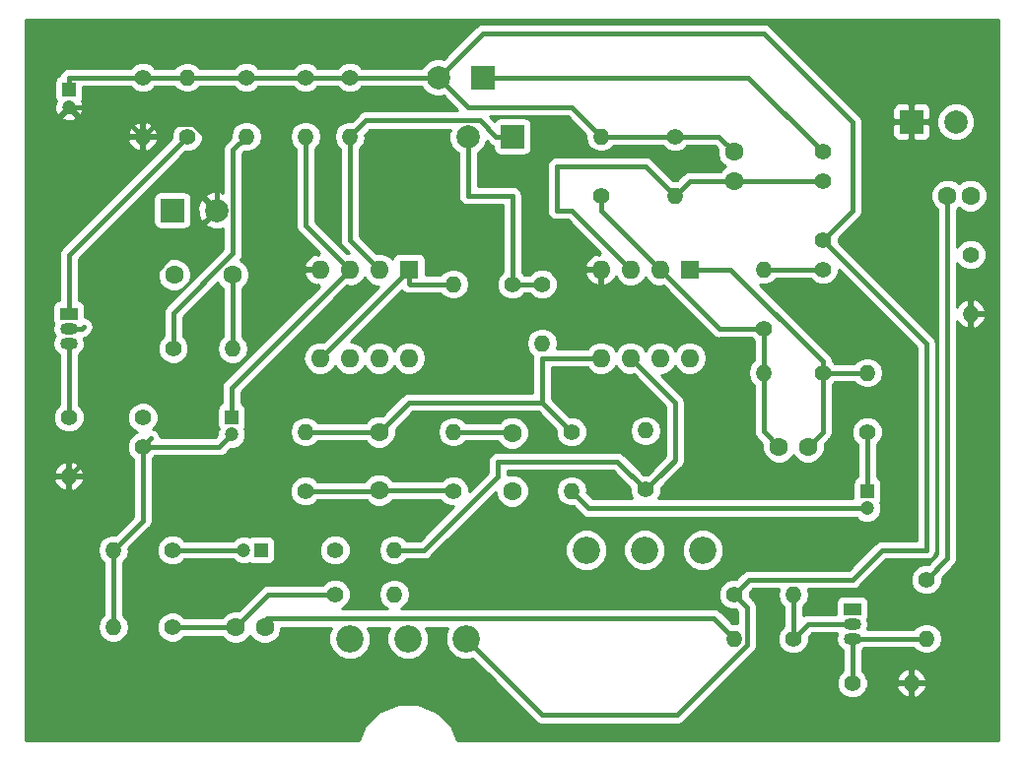
<source format=gbr>
G04 #@! TF.GenerationSoftware,KiCad,Pcbnew,5.0.2+dfsg1-1*
G04 #@! TF.CreationDate,2020-11-21T16:05:11+01:00*
G04 #@! TF.ProjectId,reverb,72657665-7262-42e6-9b69-6361645f7063,rev?*
G04 #@! TF.SameCoordinates,Original*
G04 #@! TF.FileFunction,Copper,L2,Bot*
G04 #@! TF.FilePolarity,Positive*
%FSLAX46Y46*%
G04 Gerber Fmt 4.6, Leading zero omitted, Abs format (unit mm)*
G04 Created by KiCad (PCBNEW 5.0.2+dfsg1-1) date Sat 21 Nov 2020 04:05:11 PM CET*
%MOMM*%
%LPD*%
G01*
G04 APERTURE LIST*
G04 #@! TA.AperFunction,ComponentPad*
%ADD10R,1.998980X1.998980*%
G04 #@! TD*
G04 #@! TA.AperFunction,ComponentPad*
%ADD11C,1.998980*%
G04 #@! TD*
G04 #@! TA.AperFunction,ComponentPad*
%ADD12C,1.600000*%
G04 #@! TD*
G04 #@! TA.AperFunction,ComponentPad*
%ADD13C,1.400000*%
G04 #@! TD*
G04 #@! TA.AperFunction,ComponentPad*
%ADD14C,1.200000*%
G04 #@! TD*
G04 #@! TA.AperFunction,ComponentPad*
%ADD15R,1.200000X1.200000*%
G04 #@! TD*
G04 #@! TA.AperFunction,ComponentPad*
%ADD16O,1.500000X1.050000*%
G04 #@! TD*
G04 #@! TA.AperFunction,ComponentPad*
%ADD17R,1.500000X1.050000*%
G04 #@! TD*
G04 #@! TA.AperFunction,ComponentPad*
%ADD18O,1.400000X1.400000*%
G04 #@! TD*
G04 #@! TA.AperFunction,ComponentPad*
%ADD19C,2.340000*%
G04 #@! TD*
G04 #@! TA.AperFunction,ComponentPad*
%ADD20R,1.600000X1.600000*%
G04 #@! TD*
G04 #@! TA.AperFunction,ComponentPad*
%ADD21O,1.600000X1.600000*%
G04 #@! TD*
G04 #@! TA.AperFunction,Conductor*
%ADD22C,0.400000*%
G04 #@! TD*
G04 #@! TA.AperFunction,Conductor*
%ADD23C,0.254000*%
G04 #@! TD*
G04 APERTURE END LIST*
D10*
G04 #@! TO.P,J1,1*
G04 #@! TO.N,Net-(C1-Pad2)*
X124460000Y-40640000D03*
D11*
G04 #@! TO.P,J1,2*
G04 #@! TO.N,GND*
X128270000Y-40640000D03*
G04 #@! TD*
D12*
G04 #@! TO.P,C7,1*
G04 #@! TO.N,Net-(C7-Pad1)*
X193040000Y-39370000D03*
G04 #@! TO.P,C7,2*
G04 #@! TO.N,Net-(C7-Pad2)*
X191040000Y-39370000D03*
G04 #@! TD*
G04 #@! TO.P,C1,1*
G04 #@! TO.N,Net-(C1-Pad1)*
X129620476Y-46168204D03*
G04 #@! TO.P,C1,2*
G04 #@! TO.N,Net-(C1-Pad2)*
X124620476Y-46168204D03*
G04 #@! TD*
D13*
G04 #@! TO.P,C2,1*
G04 #@! TO.N,Net-(C2-Pad1)*
X121920000Y-60960000D03*
G04 #@! TO.P,C2,2*
G04 #@! TO.N,Net-(C2-Pad2)*
X121920000Y-58460000D03*
G04 #@! TD*
D14*
G04 #@! TO.P,C3,2*
G04 #@! TO.N,GND*
X115570000Y-31750000D03*
D15*
G04 #@! TO.P,C3,1*
G04 #@! TO.N,VDD*
X115570000Y-30250000D03*
G04 #@! TD*
G04 #@! TO.P,C4,1*
G04 #@! TO.N,Net-(C4-Pad1)*
X129540000Y-58420000D03*
D14*
G04 #@! TO.P,C4,2*
G04 #@! TO.N,Net-(C2-Pad1)*
X129540000Y-59920000D03*
G04 #@! TD*
D12*
G04 #@! TO.P,C5,2*
G04 #@! TO.N,Net-(C5-Pad2)*
X153670000Y-59770000D03*
G04 #@! TO.P,C5,1*
G04 #@! TO.N,Net-(C5-Pad1)*
X153670000Y-64770000D03*
G04 #@! TD*
G04 #@! TO.P,C6,1*
G04 #@! TO.N,Net-(C6-Pad1)*
X132398911Y-76483526D03*
G04 #@! TO.P,C6,2*
G04 #@! TO.N,Net-(C6-Pad2)*
X129898911Y-76483526D03*
G04 #@! TD*
D13*
G04 #@! TO.P,C8,1*
G04 #@! TO.N,Net-(C11-Pad1)*
X180340000Y-38100000D03*
G04 #@! TO.P,C8,2*
G04 #@! TO.N,Net-(C8-Pad2)*
X180340000Y-35600000D03*
G04 #@! TD*
G04 #@! TO.P,C9,2*
G04 #@! TO.N,VDD*
X180340000Y-43220000D03*
G04 #@! TO.P,C9,1*
G04 #@! TO.N,Net-(C9-Pad1)*
X180340000Y-45720000D03*
G04 #@! TD*
D12*
G04 #@! TO.P,C10,1*
G04 #@! TO.N,Net-(C10-Pad1)*
X142240000Y-59690000D03*
G04 #@! TO.P,C10,2*
G04 #@! TO.N,VDD*
X142240000Y-64690000D03*
G04 #@! TD*
G04 #@! TO.P,C11,2*
G04 #@! TO.N,VDD*
X172720000Y-35600000D03*
G04 #@! TO.P,C11,1*
G04 #@! TO.N,Net-(C11-Pad1)*
X172720000Y-38100000D03*
G04 #@! TD*
G04 #@! TO.P,C12,1*
G04 #@! TO.N,Net-(C12-Pad1)*
X179070000Y-60960000D03*
G04 #@! TO.P,C12,2*
G04 #@! TO.N,Net-(C12-Pad2)*
X176570000Y-60960000D03*
G04 #@! TD*
D14*
G04 #@! TO.P,C13,2*
G04 #@! TO.N,Net-(C13-Pad2)*
X130580000Y-69850000D03*
D15*
G04 #@! TO.P,C13,1*
G04 #@! TO.N,Net-(C13-Pad1)*
X132080000Y-69850000D03*
G04 #@! TD*
G04 #@! TO.P,C14,1*
G04 #@! TO.N,Net-(C14-Pad1)*
X184150000Y-64770000D03*
D14*
G04 #@! TO.P,C14,2*
G04 #@! TO.N,Net-(C14-Pad2)*
X184150000Y-66270000D03*
G04 #@! TD*
D10*
G04 #@! TO.P,J2,1*
G04 #@! TO.N,GND*
X187960000Y-33020000D03*
D11*
G04 #@! TO.P,J2,2*
G04 #@! TO.N,Net-(C7-Pad1)*
X191770000Y-33020000D03*
G04 #@! TD*
G04 #@! TO.P,J3,2*
G04 #@! TO.N,Net-(J3-Pad2)*
X149860000Y-34290000D03*
D10*
G04 #@! TO.P,J3,1*
G04 #@! TO.N,Net-(J3-Pad1)*
X153670000Y-34290000D03*
G04 #@! TD*
D11*
G04 #@! TO.P,J4,2*
G04 #@! TO.N,VDD*
X147320000Y-29210000D03*
D10*
G04 #@! TO.P,J4,1*
G04 #@! TO.N,Net-(C8-Pad2)*
X151130000Y-29210000D03*
G04 #@! TD*
D16*
G04 #@! TO.P,Q1,2*
G04 #@! TO.N,Net-(Q1-Pad2)*
X115570000Y-50800000D03*
G04 #@! TO.P,Q1,3*
G04 #@! TO.N,Net-(C2-Pad2)*
X115570000Y-52070000D03*
D17*
G04 #@! TO.P,Q1,1*
G04 #@! TO.N,VCC*
X115570000Y-49530000D03*
G04 #@! TD*
G04 #@! TO.P,Q2,1*
G04 #@! TO.N,VCC*
X182880000Y-74930000D03*
D16*
G04 #@! TO.P,Q2,3*
G04 #@! TO.N,Net-(Q2-Pad3)*
X182880000Y-77470000D03*
G04 #@! TO.P,Q2,2*
G04 #@! TO.N,Net-(Q2-Pad2)*
X182880000Y-76200000D03*
G04 #@! TD*
D13*
G04 #@! TO.P,R1,1*
G04 #@! TO.N,Net-(Q1-Pad2)*
X124540476Y-52518204D03*
D18*
G04 #@! TO.P,R1,2*
G04 #@! TO.N,Net-(C1-Pad1)*
X129620476Y-52518204D03*
G04 #@! TD*
D13*
G04 #@! TO.P,R2,1*
G04 #@! TO.N,VDD*
X130810000Y-29210000D03*
D18*
G04 #@! TO.P,R2,2*
G04 #@! TO.N,Net-(Q1-Pad2)*
X130810000Y-34290000D03*
G04 #@! TD*
G04 #@! TO.P,R3,2*
G04 #@! TO.N,GND*
X115570000Y-63500000D03*
D13*
G04 #@! TO.P,R3,1*
G04 #@! TO.N,Net-(C2-Pad2)*
X115570000Y-58420000D03*
G04 #@! TD*
G04 #@! TO.P,R4,1*
G04 #@! TO.N,VCC*
X125730000Y-34290000D03*
D18*
G04 #@! TO.P,R4,2*
G04 #@! TO.N,VDD*
X125730000Y-29210000D03*
G04 #@! TD*
G04 #@! TO.P,R5,2*
G04 #@! TO.N,GND*
X121920000Y-34290000D03*
D13*
G04 #@! TO.P,R5,1*
G04 #@! TO.N,VDD*
X121920000Y-29210000D03*
G04 #@! TD*
D18*
G04 #@! TO.P,R6,2*
G04 #@! TO.N,Net-(C4-Pad1)*
X135890000Y-34290000D03*
D13*
G04 #@! TO.P,R6,1*
G04 #@! TO.N,VDD*
X135890000Y-29210000D03*
G04 #@! TD*
D18*
G04 #@! TO.P,R7,2*
G04 #@! TO.N,Net-(R7-Pad2)*
X156210000Y-52070000D03*
D13*
G04 #@! TO.P,R7,1*
G04 #@! TO.N,Net-(J3-Pad2)*
X156210000Y-46990000D03*
G04 #@! TD*
G04 #@! TO.P,R8,1*
G04 #@! TO.N,Net-(J3-Pad2)*
X153670000Y-46990000D03*
D18*
G04 #@! TO.P,R8,2*
G04 #@! TO.N,Net-(R8-Pad2)*
X148590000Y-46990000D03*
G04 #@! TD*
G04 #@! TO.P,R9,2*
G04 #@! TO.N,Net-(C11-Pad1)*
X167640000Y-39370000D03*
D13*
G04 #@! TO.P,R9,1*
G04 #@! TO.N,VDD*
X167640000Y-34290000D03*
G04 #@! TD*
D18*
G04 #@! TO.P,R10,2*
G04 #@! TO.N,Net-(J3-Pad1)*
X139700000Y-34290000D03*
D13*
G04 #@! TO.P,R10,1*
G04 #@! TO.N,VDD*
X139700000Y-29210000D03*
G04 #@! TD*
G04 #@! TO.P,R11,1*
G04 #@! TO.N,Net-(C6-Pad2)*
X124460000Y-76483526D03*
D18*
G04 #@! TO.P,R11,2*
G04 #@! TO.N,Net-(C2-Pad1)*
X119380000Y-76483526D03*
G04 #@! TD*
D13*
G04 #@! TO.P,R12,1*
G04 #@! TO.N,Net-(Q2-Pad2)*
X177800000Y-77470000D03*
D18*
G04 #@! TO.P,R12,2*
G04 #@! TO.N,Net-(C6-Pad1)*
X172720000Y-77470000D03*
G04 #@! TD*
G04 #@! TO.P,R13,2*
G04 #@! TO.N,Net-(Q2-Pad2)*
X177800000Y-73660000D03*
D13*
G04 #@! TO.P,R13,1*
G04 #@! TO.N,VDD*
X172720000Y-73660000D03*
G04 #@! TD*
G04 #@! TO.P,R14,1*
G04 #@! TO.N,Net-(Q2-Pad3)*
X182880000Y-81280000D03*
D18*
G04 #@! TO.P,R14,2*
G04 #@! TO.N,GND*
X187960000Y-81280000D03*
G04 #@! TD*
D13*
G04 #@! TO.P,R15,1*
G04 #@! TO.N,VDD*
X148590000Y-64770000D03*
D18*
G04 #@! TO.P,R15,2*
G04 #@! TO.N,Net-(C5-Pad2)*
X148590000Y-59690000D03*
G04 #@! TD*
G04 #@! TO.P,R16,2*
G04 #@! TO.N,Net-(C14-Pad2)*
X158750000Y-64770000D03*
D13*
G04 #@! TO.P,R16,1*
G04 #@! TO.N,Net-(C10-Pad1)*
X158750000Y-59690000D03*
G04 #@! TD*
G04 #@! TO.P,R17,1*
G04 #@! TO.N,Net-(C12-Pad2)*
X175260000Y-50800000D03*
D18*
G04 #@! TO.P,R17,2*
G04 #@! TO.N,Net-(C9-Pad1)*
X175260000Y-45720000D03*
G04 #@! TD*
D13*
G04 #@! TO.P,R18,1*
G04 #@! TO.N,Net-(C12-Pad2)*
X161290000Y-39370000D03*
D18*
G04 #@! TO.P,R18,2*
G04 #@! TO.N,VDD*
X161290000Y-34290000D03*
G04 #@! TD*
G04 #@! TO.P,R19,2*
G04 #@! TO.N,Net-(C10-Pad1)*
X165100000Y-59593845D03*
D13*
G04 #@! TO.P,R19,1*
G04 #@! TO.N,Net-(R19-Pad1)*
X165100000Y-64673845D03*
G04 #@! TD*
G04 #@! TO.P,R20,1*
G04 #@! TO.N,VDD*
X135890000Y-64770000D03*
D18*
G04 #@! TO.P,R20,2*
G04 #@! TO.N,Net-(C10-Pad1)*
X135890000Y-59690000D03*
G04 #@! TD*
G04 #@! TO.P,R21,2*
G04 #@! TO.N,Net-(C12-Pad2)*
X175260000Y-54610000D03*
D13*
G04 #@! TO.P,R21,1*
G04 #@! TO.N,Net-(C12-Pad1)*
X180340000Y-54610000D03*
G04 #@! TD*
G04 #@! TO.P,R22,1*
G04 #@! TO.N,Net-(C13-Pad1)*
X138430000Y-69850000D03*
D18*
G04 #@! TO.P,R22,2*
G04 #@! TO.N,Net-(R19-Pad1)*
X143510000Y-69850000D03*
G04 #@! TD*
G04 #@! TO.P,R23,2*
G04 #@! TO.N,Net-(C12-Pad1)*
X184150000Y-54610000D03*
D13*
G04 #@! TO.P,R23,1*
G04 #@! TO.N,Net-(C14-Pad1)*
X184150000Y-59690000D03*
G04 #@! TD*
D18*
G04 #@! TO.P,R24,2*
G04 #@! TO.N,Net-(C2-Pad1)*
X119380000Y-69850000D03*
D13*
G04 #@! TO.P,R24,1*
G04 #@! TO.N,Net-(C13-Pad2)*
X124460000Y-69850000D03*
G04 #@! TD*
D18*
G04 #@! TO.P,R25,2*
G04 #@! TO.N,Net-(R25-Pad2)*
X143510000Y-73660000D03*
D13*
G04 #@! TO.P,R25,1*
G04 #@! TO.N,Net-(C6-Pad2)*
X138430000Y-73660000D03*
G04 #@! TD*
G04 #@! TO.P,R26,1*
G04 #@! TO.N,Net-(C7-Pad2)*
X189230000Y-72390000D03*
D18*
G04 #@! TO.P,R26,2*
G04 #@! TO.N,Net-(Q2-Pad3)*
X189230000Y-77470000D03*
G04 #@! TD*
D13*
G04 #@! TO.P,R27,1*
G04 #@! TO.N,Net-(C7-Pad1)*
X193040000Y-44450000D03*
D18*
G04 #@! TO.P,R27,2*
G04 #@! TO.N,GND*
X193040000Y-49530000D03*
G04 #@! TD*
D19*
G04 #@! TO.P,RV1,1*
G04 #@! TO.N,Net-(R19-Pad1)*
X160020000Y-69850000D03*
G04 #@! TO.P,RV1,2*
G04 #@! TO.N,Net-(C5-Pad1)*
X165020000Y-69850000D03*
G04 #@! TO.P,RV1,3*
G04 #@! TO.N,Net-(C10-Pad1)*
X170020000Y-69850000D03*
G04 #@! TD*
G04 #@! TO.P,RV2,3*
G04 #@! TO.N,VDD*
X149700000Y-77470000D03*
G04 #@! TO.P,RV2,2*
G04 #@! TO.N,Net-(R25-Pad2)*
X144700000Y-77470000D03*
G04 #@! TO.P,RV2,1*
G04 #@! TO.N,Net-(RV2-Pad1)*
X139700000Y-77470000D03*
G04 #@! TD*
D20*
G04 #@! TO.P,U1,1*
G04 #@! TO.N,Net-(R8-Pad2)*
X144780000Y-45720000D03*
D21*
G04 #@! TO.P,U1,5*
X137160000Y-53340000D03*
G04 #@! TO.P,U1,2*
G04 #@! TO.N,Net-(J3-Pad1)*
X142240000Y-45720000D03*
G04 #@! TO.P,U1,6*
G04 #@! TO.N,Net-(R7-Pad2)*
X139700000Y-53340000D03*
G04 #@! TO.P,U1,3*
G04 #@! TO.N,Net-(C4-Pad1)*
X139700000Y-45720000D03*
G04 #@! TO.P,U1,7*
G04 #@! TO.N,Net-(R7-Pad2)*
X142240000Y-53340000D03*
G04 #@! TO.P,U1,4*
G04 #@! TO.N,GND*
X137160000Y-45720000D03*
G04 #@! TO.P,U1,8*
G04 #@! TO.N,VCC*
X144780000Y-53340000D03*
G04 #@! TD*
G04 #@! TO.P,U2,8*
G04 #@! TO.N,VCC*
X168910000Y-53340000D03*
G04 #@! TO.P,U2,4*
G04 #@! TO.N,GND*
X161290000Y-45720000D03*
G04 #@! TO.P,U2,7*
G04 #@! TO.N,Net-(C13-Pad1)*
X166370000Y-53340000D03*
G04 #@! TO.P,U2,3*
G04 #@! TO.N,Net-(C11-Pad1)*
X163830000Y-45720000D03*
G04 #@! TO.P,U2,6*
G04 #@! TO.N,Net-(R19-Pad1)*
X163830000Y-53340000D03*
G04 #@! TO.P,U2,2*
G04 #@! TO.N,Net-(C12-Pad2)*
X166370000Y-45720000D03*
G04 #@! TO.P,U2,5*
G04 #@! TO.N,Net-(C10-Pad1)*
X161290000Y-53340000D03*
D20*
G04 #@! TO.P,U2,1*
G04 #@! TO.N,Net-(C12-Pad1)*
X168910000Y-45720000D03*
G04 #@! TD*
D22*
G04 #@! TO.N,Net-(C1-Pad1)*
X129620476Y-52518204D02*
X129620476Y-46168204D01*
G04 #@! TO.N,Net-(C2-Pad1)*
X121920000Y-67310000D02*
X119380000Y-69850000D01*
X121920000Y-60960000D02*
X121920000Y-67310000D01*
X119380000Y-76164615D02*
X119698911Y-76483526D01*
X119380000Y-69850000D02*
X119380000Y-76164615D01*
X122619999Y-60260001D02*
X121920000Y-60960000D01*
X128500000Y-60960000D02*
X129540000Y-59920000D01*
X121920000Y-60960000D02*
X128500000Y-60960000D01*
G04 #@! TO.N,Net-(C2-Pad2)*
X115570000Y-52070000D02*
X115570000Y-58420000D01*
X121880000Y-58420000D02*
X121920000Y-58460000D01*
G04 #@! TO.N,GND*
X127270511Y-41639489D02*
X128270000Y-40640000D01*
X119380000Y-49530000D02*
X127270511Y-41639489D01*
X119380000Y-59690000D02*
X119380000Y-49530000D01*
X115570000Y-63500000D02*
X119380000Y-59690000D01*
X119380000Y-31750000D02*
X121920000Y-34290000D01*
X115570000Y-31750000D02*
X119380000Y-31750000D01*
X128270000Y-39226508D02*
X128270000Y-40640000D01*
X128270000Y-35201998D02*
X128270000Y-39226508D01*
X126258001Y-33189999D02*
X128270000Y-35201998D01*
X123020001Y-33189999D02*
X126258001Y-33189999D01*
X121920000Y-34290000D02*
X123020001Y-33189999D01*
G04 #@! TO.N,VDD*
X142160000Y-64770000D02*
X142240000Y-64690000D01*
X135890000Y-64770000D02*
X142160000Y-64770000D01*
X148510000Y-64690000D02*
X148590000Y-64770000D01*
X142240000Y-64690000D02*
X148510000Y-64690000D01*
X135890000Y-29210000D02*
X139700000Y-29210000D01*
X139700000Y-29210000D02*
X147320000Y-29210000D01*
X158750000Y-31750000D02*
X160590001Y-33590001D01*
X160590001Y-33590001D02*
X161290000Y-34290000D01*
X149860000Y-31750000D02*
X158750000Y-31750000D01*
X147320000Y-29210000D02*
X149860000Y-31750000D01*
X161290000Y-34290000D02*
X167640000Y-34290000D01*
X171410000Y-34290000D02*
X172720000Y-35600000D01*
X167640000Y-34290000D02*
X171410000Y-34290000D01*
X180340000Y-43220000D02*
X182880000Y-40680000D01*
X182880000Y-40680000D02*
X182880000Y-33020000D01*
X182880000Y-33020000D02*
X175260000Y-25400000D01*
X151130000Y-25400000D02*
X147320000Y-29210000D01*
X175260000Y-25400000D02*
X151130000Y-25400000D01*
X180340000Y-43220000D02*
X189230000Y-52110000D01*
X189230000Y-52110000D02*
X189230000Y-69850000D01*
X189230000Y-69850000D02*
X185420000Y-69850000D01*
X135890000Y-29210000D02*
X130810000Y-29210000D01*
X130810000Y-29210000D02*
X125730000Y-29210000D01*
X125730000Y-29210000D02*
X121920000Y-29210000D01*
X115610000Y-29210000D02*
X120930051Y-29210000D01*
X120930051Y-29210000D02*
X121920000Y-29210000D01*
X115570000Y-29250000D02*
X115610000Y-29210000D01*
X115570000Y-30250000D02*
X115570000Y-29250000D01*
X173419999Y-74359999D02*
X172720000Y-73660000D01*
X173820001Y-74760001D02*
X173419999Y-74359999D01*
X173820001Y-77998001D02*
X173820001Y-74760001D01*
X167818001Y-84000001D02*
X173820001Y-77998001D01*
X156230001Y-84000001D02*
X167818001Y-84000001D01*
X149700000Y-77470000D02*
X156230001Y-84000001D01*
X182880000Y-72390000D02*
X185420000Y-69850000D01*
X173990000Y-72390000D02*
X182880000Y-72390000D01*
X172720000Y-73660000D02*
X173990000Y-72390000D01*
X149700000Y-77470000D02*
X152240000Y-80010000D01*
G04 #@! TO.N,Net-(C4-Pad1)*
X135890000Y-41910000D02*
X139700000Y-45720000D01*
X135890000Y-34290000D02*
X135890000Y-41910000D01*
X129540000Y-55880000D02*
X139700000Y-45720000D01*
X129540000Y-58420000D02*
X129540000Y-55880000D01*
G04 #@! TO.N,Net-(C5-Pad2)*
X153590000Y-59690000D02*
X153670000Y-59770000D01*
X148590000Y-59690000D02*
X153590000Y-59690000D01*
G04 #@! TO.N,Net-(C6-Pad1)*
X170949999Y-75699999D02*
X172720000Y-77470000D01*
X132580001Y-75699999D02*
X170949999Y-75699999D01*
X132398911Y-76483526D02*
X132398911Y-75881089D01*
X132398911Y-75881089D02*
X132580001Y-75699999D01*
G04 #@! TO.N,Net-(C6-Pad2)*
X124778911Y-76483526D02*
X129898911Y-76483526D01*
X132722437Y-73660000D02*
X129898911Y-76483526D01*
X138430000Y-73660000D02*
X132722437Y-73660000D01*
G04 #@! TO.N,Net-(C7-Pad2)*
X191040000Y-70580000D02*
X191040000Y-39370000D01*
X189230000Y-72390000D02*
X191040000Y-70580000D01*
G04 #@! TO.N,Net-(C11-Pad1)*
X168910000Y-38100000D02*
X167640000Y-39370000D01*
X172720000Y-38100000D02*
X168910000Y-38100000D01*
X165100000Y-36830000D02*
X157480000Y-36830000D01*
X167640000Y-39370000D02*
X165100000Y-36830000D01*
X157480000Y-36830000D02*
X157480000Y-40640000D01*
X158750000Y-40640000D02*
X163830000Y-45720000D01*
X157480000Y-40640000D02*
X158750000Y-40640000D01*
X173851370Y-38100000D02*
X172720000Y-38100000D01*
X180340000Y-38100000D02*
X179070000Y-38100000D01*
X179468002Y-38100000D02*
X179070000Y-38100000D01*
X179070000Y-38100000D02*
X173851370Y-38100000D01*
G04 #@! TO.N,Net-(C8-Pad2)*
X173950000Y-29210000D02*
X180340000Y-35600000D01*
X151130000Y-29210000D02*
X173950000Y-29210000D01*
G04 #@! TO.N,Net-(C9-Pad1)*
X175260000Y-45720000D02*
X180340000Y-45720000D01*
G04 #@! TO.N,Net-(C10-Pad1)*
X156210000Y-57150000D02*
X158750000Y-59690000D01*
X156210000Y-53340000D02*
X156210000Y-57150000D01*
X139341998Y-59690000D02*
X135890000Y-59690000D01*
X142240000Y-59690000D02*
X139341998Y-59690000D01*
X142240000Y-59690000D02*
X144780000Y-57150000D01*
X144780000Y-57150000D02*
X156210000Y-57150000D01*
X161290000Y-53340000D02*
X156210000Y-53340000D01*
G04 #@! TO.N,Net-(C12-Pad1)*
X180340000Y-59690000D02*
X179070000Y-60960000D01*
X180340000Y-54610000D02*
X180340000Y-59690000D01*
X180340000Y-53620051D02*
X180340000Y-54610000D01*
X172439949Y-45720000D02*
X180340000Y-53620051D01*
X168910000Y-45720000D02*
X172439949Y-45720000D01*
X184150000Y-54610000D02*
X180340000Y-54610000D01*
G04 #@! TO.N,Net-(C12-Pad2)*
X161290000Y-40640000D02*
X166370000Y-45720000D01*
X161290000Y-39370000D02*
X161290000Y-40640000D01*
X175260000Y-50800000D02*
X175260000Y-54610000D01*
X175260000Y-59650000D02*
X176570000Y-60960000D01*
X175260000Y-54610000D02*
X175260000Y-59650000D01*
X171450000Y-50800000D02*
X166370000Y-45720000D01*
X175260000Y-50800000D02*
X171450000Y-50800000D01*
G04 #@! TO.N,Net-(C13-Pad2)*
X124460000Y-69850000D02*
X130580000Y-69850000D01*
G04 #@! TO.N,Net-(C14-Pad1)*
X184150000Y-59690000D02*
X184150000Y-64770000D01*
G04 #@! TO.N,Net-(C14-Pad2)*
X160250000Y-66270000D02*
X184150000Y-66270000D01*
X158750000Y-64770000D02*
X160250000Y-66270000D01*
G04 #@! TO.N,Net-(J3-Pad2)*
X149860000Y-34290000D02*
X149860000Y-39370000D01*
X149860000Y-39370000D02*
X153670000Y-39370000D01*
X153670000Y-46990000D02*
X156210000Y-46990000D01*
X153670000Y-46990000D02*
X153670000Y-39370000D01*
G04 #@! TO.N,Net-(J3-Pad1)*
X140399999Y-33590001D02*
X139700000Y-34290000D01*
X150871019Y-32890509D02*
X141099491Y-32890509D01*
X152270510Y-34290000D02*
X150871019Y-32890509D01*
X141099491Y-32890509D02*
X140399999Y-33590001D01*
X153670000Y-34290000D02*
X152270510Y-34290000D01*
X139700000Y-43180000D02*
X142240000Y-45720000D01*
X139700000Y-34290000D02*
X139700000Y-43180000D01*
G04 #@! TO.N,Net-(Q1-Pad2)*
X116720000Y-50800000D02*
X115570000Y-50800000D01*
X116840000Y-50680000D02*
X116720000Y-50800000D01*
X124540476Y-51528255D02*
X124540476Y-52518204D01*
X124540476Y-49472202D02*
X124540476Y-51528255D01*
X129669491Y-44343187D02*
X124540476Y-49472202D01*
X129669491Y-35430509D02*
X129669491Y-44343187D01*
X130810000Y-34290000D02*
X129669491Y-35430509D01*
G04 #@! TO.N,VCC*
X115570000Y-44450000D02*
X115570000Y-49530000D01*
X125730000Y-34290000D02*
X115570000Y-44450000D01*
G04 #@! TO.N,Net-(Q2-Pad3)*
X182880000Y-81280000D02*
X182880000Y-77470000D01*
X182880000Y-77470000D02*
X189230000Y-77470000D01*
G04 #@! TO.N,Net-(Q2-Pad2)*
X177800000Y-73660000D02*
X177800000Y-77470000D01*
X179070000Y-76200000D02*
X182880000Y-76200000D01*
X177800000Y-77470000D02*
X179070000Y-76200000D01*
G04 #@! TO.N,Net-(R8-Pad2)*
X144780000Y-46920000D02*
X144780000Y-45720000D01*
X144850000Y-46990000D02*
X144780000Y-46920000D01*
X148590000Y-46990000D02*
X144850000Y-46990000D01*
X144780000Y-45720000D02*
X137160000Y-53340000D01*
G04 #@! TO.N,Net-(R19-Pad1)*
X165100000Y-64673845D02*
X167543845Y-62230000D01*
X165799999Y-63973846D02*
X165100000Y-64673845D01*
X167640000Y-62133845D02*
X165799999Y-63973846D01*
X167640000Y-57150000D02*
X167640000Y-62133845D01*
X163830000Y-53340000D02*
X167640000Y-57150000D01*
X162656155Y-62230000D02*
X152400000Y-62230000D01*
X165100000Y-64673845D02*
X162656155Y-62230000D01*
X144499949Y-69850000D02*
X143510000Y-69850000D01*
X146050000Y-69850000D02*
X144499949Y-69850000D01*
X152400000Y-63500000D02*
X146050000Y-69850000D01*
X152400000Y-62230000D02*
X152400000Y-63500000D01*
G04 #@! TD*
D23*
G04 #@! TO.N,GND*
G36*
X195453000Y-86233000D02*
X148933908Y-86233000D01*
X148417423Y-84986097D01*
X147183903Y-83752577D01*
X145572231Y-83085000D01*
X143827769Y-83085000D01*
X142216097Y-83752577D01*
X140982577Y-84986097D01*
X140466092Y-86233000D01*
X111887000Y-86233000D01*
X111887000Y-63833331D01*
X114277273Y-63833331D01*
X114503236Y-64302663D01*
X114891604Y-64649797D01*
X115236671Y-64792716D01*
X115443000Y-64669374D01*
X115443000Y-63627000D01*
X115697000Y-63627000D01*
X115697000Y-64669374D01*
X115903329Y-64792716D01*
X116248396Y-64649797D01*
X116636764Y-64302663D01*
X116862727Y-63833331D01*
X116740206Y-63627000D01*
X115697000Y-63627000D01*
X115443000Y-63627000D01*
X114399794Y-63627000D01*
X114277273Y-63833331D01*
X111887000Y-63833331D01*
X111887000Y-63166669D01*
X114277273Y-63166669D01*
X114399794Y-63373000D01*
X115443000Y-63373000D01*
X115443000Y-62330626D01*
X115697000Y-62330626D01*
X115697000Y-63373000D01*
X116740206Y-63373000D01*
X116862727Y-63166669D01*
X116636764Y-62697337D01*
X116248396Y-62350203D01*
X115903329Y-62207284D01*
X115697000Y-62330626D01*
X115443000Y-62330626D01*
X115236671Y-62207284D01*
X114891604Y-62350203D01*
X114503236Y-62697337D01*
X114277273Y-63166669D01*
X111887000Y-63166669D01*
X111887000Y-50800000D01*
X114162275Y-50800000D01*
X114252305Y-51252609D01*
X114374174Y-51435000D01*
X114252305Y-51617391D01*
X114162275Y-52070000D01*
X114252305Y-52522609D01*
X114508687Y-52906313D01*
X114735000Y-53057530D01*
X114735001Y-57367024D01*
X114438242Y-57663783D01*
X114235000Y-58154452D01*
X114235000Y-58685548D01*
X114438242Y-59176217D01*
X114813783Y-59551758D01*
X115304452Y-59755000D01*
X115835548Y-59755000D01*
X116326217Y-59551758D01*
X116701758Y-59176217D01*
X116905000Y-58685548D01*
X116905000Y-58154452D01*
X116701758Y-57663783D01*
X116405000Y-57367025D01*
X116405000Y-53057530D01*
X116631313Y-52906313D01*
X116887695Y-52522609D01*
X116941392Y-52252656D01*
X123205476Y-52252656D01*
X123205476Y-52783752D01*
X123408718Y-53274421D01*
X123784259Y-53649962D01*
X124274928Y-53853204D01*
X124806024Y-53853204D01*
X125296693Y-53649962D01*
X125672234Y-53274421D01*
X125875476Y-52783752D01*
X125875476Y-52252656D01*
X125672234Y-51761987D01*
X125375476Y-51465229D01*
X125375476Y-49818069D01*
X128347864Y-46845682D01*
X128403942Y-46981066D01*
X128785477Y-47362601D01*
X128785476Y-51470543D01*
X128657995Y-51555723D01*
X128362934Y-51997313D01*
X128259322Y-52518204D01*
X128362934Y-53039095D01*
X128657995Y-53480685D01*
X129099585Y-53775746D01*
X129488991Y-53853204D01*
X129751961Y-53853204D01*
X130141367Y-53775746D01*
X130582957Y-53480685D01*
X130878018Y-53039095D01*
X130981630Y-52518204D01*
X130878018Y-51997313D01*
X130582957Y-51555723D01*
X130455476Y-51470543D01*
X130455476Y-47362600D01*
X130837010Y-46981066D01*
X131055476Y-46453643D01*
X131055476Y-45882765D01*
X130837010Y-45355342D01*
X130433338Y-44951670D01*
X130303184Y-44897758D01*
X130456043Y-44668988D01*
X130504491Y-44425424D01*
X130520849Y-44343187D01*
X130504491Y-44260950D01*
X130504491Y-35776376D01*
X130659625Y-35621243D01*
X130678515Y-35625000D01*
X130941485Y-35625000D01*
X131330891Y-35547542D01*
X131772481Y-35252481D01*
X132067542Y-34810891D01*
X132171154Y-34290000D01*
X132067542Y-33769109D01*
X131772481Y-33327519D01*
X131330891Y-33032458D01*
X130941485Y-32955000D01*
X130678515Y-32955000D01*
X130289109Y-33032458D01*
X129847519Y-33327519D01*
X129552458Y-33769109D01*
X129448846Y-34290000D01*
X129478757Y-34440375D01*
X129137211Y-34781922D01*
X129067490Y-34828508D01*
X128882939Y-35104709D01*
X128834491Y-35348273D01*
X128834491Y-35348276D01*
X128818134Y-35430509D01*
X128834491Y-35512742D01*
X128834491Y-39106072D01*
X128534418Y-38994599D01*
X127884623Y-39018659D01*
X127396042Y-39221035D01*
X127297443Y-39487837D01*
X128270000Y-40460395D01*
X128284143Y-40446253D01*
X128463748Y-40625858D01*
X128449605Y-40640000D01*
X128463748Y-40654142D01*
X128284143Y-40833748D01*
X128270000Y-40819605D01*
X127297443Y-41792163D01*
X127396042Y-42058965D01*
X128005582Y-42285401D01*
X128655377Y-42261341D01*
X128834492Y-42187150D01*
X128834492Y-43997318D01*
X124008196Y-48823615D01*
X123938475Y-48870201D01*
X123753924Y-49146402D01*
X123705476Y-49389966D01*
X123705476Y-49389969D01*
X123689119Y-49472202D01*
X123705476Y-49554435D01*
X123705477Y-51446014D01*
X123705476Y-51446019D01*
X123705476Y-51465229D01*
X123408718Y-51761987D01*
X123205476Y-52252656D01*
X116941392Y-52252656D01*
X116977725Y-52070000D01*
X116887812Y-51617978D01*
X117045801Y-51586552D01*
X117322001Y-51402001D01*
X117368587Y-51332280D01*
X117488584Y-51212283D01*
X117626552Y-51005799D01*
X117691358Y-50680000D01*
X117626552Y-50354200D01*
X117442001Y-50077999D01*
X117165800Y-49893448D01*
X116967440Y-49853992D01*
X116967440Y-49005000D01*
X116918157Y-48757235D01*
X116777809Y-48547191D01*
X116567765Y-48406843D01*
X116405000Y-48374467D01*
X116405000Y-45882765D01*
X123185476Y-45882765D01*
X123185476Y-46453643D01*
X123403942Y-46981066D01*
X123807614Y-47384738D01*
X124335037Y-47603204D01*
X124905915Y-47603204D01*
X125433338Y-47384738D01*
X125837010Y-46981066D01*
X126055476Y-46453643D01*
X126055476Y-45882765D01*
X125837010Y-45355342D01*
X125433338Y-44951670D01*
X124905915Y-44733204D01*
X124335037Y-44733204D01*
X123807614Y-44951670D01*
X123403942Y-45355342D01*
X123185476Y-45882765D01*
X116405000Y-45882765D01*
X116405000Y-44795867D01*
X121560357Y-39640510D01*
X122813070Y-39640510D01*
X122813070Y-41639490D01*
X122862353Y-41887255D01*
X123002701Y-42097299D01*
X123212745Y-42237647D01*
X123460510Y-42286930D01*
X125459490Y-42286930D01*
X125707255Y-42237647D01*
X125917299Y-42097299D01*
X126057647Y-41887255D01*
X126106930Y-41639490D01*
X126106930Y-40375582D01*
X126624599Y-40375582D01*
X126648659Y-41025377D01*
X126851035Y-41513958D01*
X127117837Y-41612557D01*
X128090395Y-40640000D01*
X127117837Y-39667443D01*
X126851035Y-39766042D01*
X126624599Y-40375582D01*
X126106930Y-40375582D01*
X126106930Y-39640510D01*
X126057647Y-39392745D01*
X125917299Y-39182701D01*
X125707255Y-39042353D01*
X125459490Y-38993070D01*
X123460510Y-38993070D01*
X123212745Y-39042353D01*
X123002701Y-39182701D01*
X122862353Y-39392745D01*
X122813070Y-39640510D01*
X121560357Y-39640510D01*
X125575868Y-35625000D01*
X125995548Y-35625000D01*
X126486217Y-35421758D01*
X126861758Y-35046217D01*
X127065000Y-34555548D01*
X127065000Y-34024452D01*
X126861758Y-33533783D01*
X126486217Y-33158242D01*
X125995548Y-32955000D01*
X125464452Y-32955000D01*
X124973783Y-33158242D01*
X124598242Y-33533783D01*
X124395000Y-34024452D01*
X124395000Y-34444132D01*
X115037720Y-43801413D01*
X114967999Y-43847999D01*
X114783448Y-44124200D01*
X114735000Y-44367764D01*
X114735000Y-44367767D01*
X114718643Y-44450000D01*
X114735000Y-44532233D01*
X114735001Y-48374467D01*
X114572235Y-48406843D01*
X114362191Y-48547191D01*
X114221843Y-48757235D01*
X114172560Y-49005000D01*
X114172560Y-50055000D01*
X114221843Y-50302765D01*
X114252157Y-50348133D01*
X114162275Y-50800000D01*
X111887000Y-50800000D01*
X111887000Y-34623331D01*
X120627273Y-34623331D01*
X120853236Y-35092663D01*
X121241604Y-35439797D01*
X121586671Y-35582716D01*
X121793000Y-35459374D01*
X121793000Y-34417000D01*
X122047000Y-34417000D01*
X122047000Y-35459374D01*
X122253329Y-35582716D01*
X122598396Y-35439797D01*
X122986764Y-35092663D01*
X123212727Y-34623331D01*
X123090206Y-34417000D01*
X122047000Y-34417000D01*
X121793000Y-34417000D01*
X120749794Y-34417000D01*
X120627273Y-34623331D01*
X111887000Y-34623331D01*
X111887000Y-33956669D01*
X120627273Y-33956669D01*
X120749794Y-34163000D01*
X121793000Y-34163000D01*
X121793000Y-33120626D01*
X122047000Y-33120626D01*
X122047000Y-34163000D01*
X123090206Y-34163000D01*
X123212727Y-33956669D01*
X122986764Y-33487337D01*
X122598396Y-33140203D01*
X122253329Y-32997284D01*
X122047000Y-33120626D01*
X121793000Y-33120626D01*
X121586671Y-32997284D01*
X121241604Y-33140203D01*
X120853236Y-33487337D01*
X120627273Y-33956669D01*
X111887000Y-33956669D01*
X111887000Y-32612735D01*
X114886870Y-32612735D01*
X114936383Y-32838164D01*
X115401036Y-32997807D01*
X115891413Y-32967482D01*
X116203617Y-32838164D01*
X116253130Y-32612735D01*
X115570000Y-31929605D01*
X114886870Y-32612735D01*
X111887000Y-32612735D01*
X111887000Y-31581036D01*
X114322193Y-31581036D01*
X114352518Y-32071413D01*
X114481836Y-32383617D01*
X114707265Y-32433130D01*
X115390395Y-31750000D01*
X115376253Y-31735858D01*
X115555858Y-31556253D01*
X115570000Y-31570395D01*
X115584143Y-31556253D01*
X115763748Y-31735858D01*
X115749605Y-31750000D01*
X116432735Y-32433130D01*
X116658164Y-32383617D01*
X116817807Y-31918964D01*
X116787482Y-31428587D01*
X116695495Y-31206510D01*
X116768157Y-31097765D01*
X116817440Y-30850000D01*
X116817440Y-30045000D01*
X120867025Y-30045000D01*
X121163783Y-30341758D01*
X121654452Y-30545000D01*
X122185548Y-30545000D01*
X122676217Y-30341758D01*
X122972975Y-30045000D01*
X124682339Y-30045000D01*
X124767519Y-30172481D01*
X125209109Y-30467542D01*
X125598515Y-30545000D01*
X125861485Y-30545000D01*
X126250891Y-30467542D01*
X126692481Y-30172481D01*
X126777661Y-30045000D01*
X129757025Y-30045000D01*
X130053783Y-30341758D01*
X130544452Y-30545000D01*
X131075548Y-30545000D01*
X131566217Y-30341758D01*
X131862975Y-30045000D01*
X134837025Y-30045000D01*
X135133783Y-30341758D01*
X135624452Y-30545000D01*
X136155548Y-30545000D01*
X136646217Y-30341758D01*
X136942975Y-30045000D01*
X138647025Y-30045000D01*
X138943783Y-30341758D01*
X139434452Y-30545000D01*
X139965548Y-30545000D01*
X140456217Y-30341758D01*
X140752975Y-30045000D01*
X145896709Y-30045000D01*
X145934346Y-30135864D01*
X146394136Y-30595654D01*
X146994880Y-30844490D01*
X147645120Y-30844490D01*
X147735985Y-30806853D01*
X148984640Y-32055509D01*
X141181723Y-32055509D01*
X141099490Y-32039152D01*
X141017257Y-32055509D01*
X141017254Y-32055509D01*
X140773690Y-32103957D01*
X140497490Y-32288508D01*
X140450905Y-32358227D01*
X139867718Y-32941415D01*
X139867715Y-32941417D01*
X139850375Y-32958757D01*
X139831485Y-32955000D01*
X139568515Y-32955000D01*
X139179109Y-33032458D01*
X138737519Y-33327519D01*
X138442458Y-33769109D01*
X138338846Y-34290000D01*
X138442458Y-34810891D01*
X138737519Y-35252481D01*
X138865000Y-35337661D01*
X138865001Y-43097762D01*
X138848643Y-43180000D01*
X138913448Y-43505800D01*
X138913449Y-43505801D01*
X139098000Y-43782001D01*
X139167718Y-43828585D01*
X139624133Y-44285000D01*
X139558667Y-44285000D01*
X139464582Y-44303715D01*
X136725000Y-41564133D01*
X136725000Y-35337661D01*
X136852481Y-35252481D01*
X137147542Y-34810891D01*
X137251154Y-34290000D01*
X137147542Y-33769109D01*
X136852481Y-33327519D01*
X136410891Y-33032458D01*
X136021485Y-32955000D01*
X135758515Y-32955000D01*
X135369109Y-33032458D01*
X134927519Y-33327519D01*
X134632458Y-33769109D01*
X134528846Y-34290000D01*
X134632458Y-34810891D01*
X134927519Y-35252481D01*
X135055000Y-35337661D01*
X135055001Y-41827762D01*
X135038643Y-41910000D01*
X135103448Y-42235800D01*
X135137612Y-42286930D01*
X135288000Y-42512001D01*
X135357718Y-42558585D01*
X137084132Y-44285000D01*
X137032998Y-44285000D01*
X137032998Y-44450084D01*
X136810961Y-44328096D01*
X136422577Y-44488959D01*
X136007611Y-44864866D01*
X135768086Y-45370959D01*
X135889371Y-45593000D01*
X137033000Y-45593000D01*
X137033000Y-45573000D01*
X137287000Y-45573000D01*
X137287000Y-45593000D01*
X137307000Y-45593000D01*
X137307000Y-45847000D01*
X137287000Y-45847000D01*
X137287000Y-45867000D01*
X137033000Y-45867000D01*
X137033000Y-45847000D01*
X135889371Y-45847000D01*
X135768086Y-46069041D01*
X136007611Y-46575134D01*
X136422577Y-46951041D01*
X136810961Y-47111904D01*
X137032998Y-46989916D01*
X137032998Y-47155000D01*
X137084132Y-47155000D01*
X129007718Y-55231415D01*
X128938000Y-55277999D01*
X128891416Y-55347717D01*
X128753448Y-55554200D01*
X128688643Y-55880000D01*
X128705001Y-55962238D01*
X128705000Y-57219304D01*
X128692235Y-57221843D01*
X128482191Y-57362191D01*
X128341843Y-57572235D01*
X128292560Y-57820000D01*
X128292560Y-59020000D01*
X128341843Y-59267765D01*
X128423062Y-59389317D01*
X128305000Y-59674343D01*
X128305000Y-59974133D01*
X128154133Y-60125000D01*
X123444503Y-60125000D01*
X123406551Y-59934201D01*
X123221999Y-59658001D01*
X122945799Y-59473449D01*
X122819624Y-59448351D01*
X123051758Y-59216217D01*
X123255000Y-58725548D01*
X123255000Y-58194452D01*
X123051758Y-57703783D01*
X122676217Y-57328242D01*
X122185548Y-57125000D01*
X121654452Y-57125000D01*
X121163783Y-57328242D01*
X120788242Y-57703783D01*
X120585000Y-58194452D01*
X120585000Y-58725548D01*
X120788242Y-59216217D01*
X121163783Y-59591758D01*
X121449244Y-59710000D01*
X121163783Y-59828242D01*
X120788242Y-60203783D01*
X120585000Y-60694452D01*
X120585000Y-61225548D01*
X120788242Y-61716217D01*
X121085000Y-62012975D01*
X121085001Y-66964130D01*
X119530375Y-68518757D01*
X119511485Y-68515000D01*
X119248515Y-68515000D01*
X118859109Y-68592458D01*
X118417519Y-68887519D01*
X118122458Y-69329109D01*
X118018846Y-69850000D01*
X118122458Y-70370891D01*
X118417519Y-70812481D01*
X118545000Y-70897661D01*
X118545001Y-75435864D01*
X118417519Y-75521045D01*
X118122458Y-75962635D01*
X118018846Y-76483526D01*
X118122458Y-77004417D01*
X118417519Y-77446007D01*
X118859109Y-77741068D01*
X119248515Y-77818526D01*
X119511485Y-77818526D01*
X119900891Y-77741068D01*
X120342481Y-77446007D01*
X120637542Y-77004417D01*
X120741154Y-76483526D01*
X120637542Y-75962635D01*
X120342481Y-75521045D01*
X120215000Y-75435865D01*
X120215000Y-70897661D01*
X120342481Y-70812481D01*
X120637542Y-70370891D01*
X120741154Y-69850000D01*
X120711242Y-69699625D01*
X120826415Y-69584452D01*
X123125000Y-69584452D01*
X123125000Y-70115548D01*
X123328242Y-70606217D01*
X123703783Y-70981758D01*
X124194452Y-71185000D01*
X124725548Y-71185000D01*
X125216217Y-70981758D01*
X125512975Y-70685000D01*
X129668447Y-70685000D01*
X129880429Y-70896982D01*
X130334343Y-71085000D01*
X130825657Y-71085000D01*
X131110683Y-70966938D01*
X131232235Y-71048157D01*
X131480000Y-71097440D01*
X132680000Y-71097440D01*
X132927765Y-71048157D01*
X133137809Y-70907809D01*
X133278157Y-70697765D01*
X133327440Y-70450000D01*
X133327440Y-69584452D01*
X137095000Y-69584452D01*
X137095000Y-70115548D01*
X137298242Y-70606217D01*
X137673783Y-70981758D01*
X138164452Y-71185000D01*
X138695548Y-71185000D01*
X139186217Y-70981758D01*
X139561758Y-70606217D01*
X139765000Y-70115548D01*
X139765000Y-69584452D01*
X139561758Y-69093783D01*
X139186217Y-68718242D01*
X138695548Y-68515000D01*
X138164452Y-68515000D01*
X137673783Y-68718242D01*
X137298242Y-69093783D01*
X137095000Y-69584452D01*
X133327440Y-69584452D01*
X133327440Y-69250000D01*
X133278157Y-69002235D01*
X133137809Y-68792191D01*
X132927765Y-68651843D01*
X132680000Y-68602560D01*
X131480000Y-68602560D01*
X131232235Y-68651843D01*
X131110683Y-68733062D01*
X130825657Y-68615000D01*
X130334343Y-68615000D01*
X129880429Y-68803018D01*
X129668447Y-69015000D01*
X125512975Y-69015000D01*
X125216217Y-68718242D01*
X124725548Y-68515000D01*
X124194452Y-68515000D01*
X123703783Y-68718242D01*
X123328242Y-69093783D01*
X123125000Y-69584452D01*
X120826415Y-69584452D01*
X122452285Y-67958583D01*
X122522001Y-67912001D01*
X122706552Y-67635801D01*
X122755000Y-67392237D01*
X122755000Y-67392234D01*
X122771357Y-67310001D01*
X122755000Y-67227768D01*
X122755000Y-62012975D01*
X122972975Y-61795000D01*
X128417767Y-61795000D01*
X128500000Y-61811357D01*
X128582233Y-61795000D01*
X128582237Y-61795000D01*
X128825801Y-61746552D01*
X129102001Y-61562001D01*
X129148587Y-61492280D01*
X129485867Y-61155000D01*
X129785657Y-61155000D01*
X130239571Y-60966982D01*
X130586982Y-60619571D01*
X130775000Y-60165657D01*
X130775000Y-59690000D01*
X134528846Y-59690000D01*
X134632458Y-60210891D01*
X134927519Y-60652481D01*
X135369109Y-60947542D01*
X135758515Y-61025000D01*
X136021485Y-61025000D01*
X136410891Y-60947542D01*
X136852481Y-60652481D01*
X136937661Y-60525000D01*
X141045604Y-60525000D01*
X141427138Y-60906534D01*
X141954561Y-61125000D01*
X142525439Y-61125000D01*
X143052862Y-60906534D01*
X143456534Y-60502862D01*
X143675000Y-59975439D01*
X143675000Y-59690000D01*
X147228846Y-59690000D01*
X147332458Y-60210891D01*
X147627519Y-60652481D01*
X148069109Y-60947542D01*
X148458515Y-61025000D01*
X148721485Y-61025000D01*
X149110891Y-60947542D01*
X149552481Y-60652481D01*
X149637661Y-60525000D01*
X152429499Y-60525000D01*
X152453466Y-60582862D01*
X152857138Y-60986534D01*
X153384561Y-61205000D01*
X153955439Y-61205000D01*
X154482862Y-60986534D01*
X154886534Y-60582862D01*
X155105000Y-60055439D01*
X155105000Y-59484561D01*
X154886534Y-58957138D01*
X154482862Y-58553466D01*
X153955439Y-58335000D01*
X153384561Y-58335000D01*
X152857138Y-58553466D01*
X152555604Y-58855000D01*
X149637661Y-58855000D01*
X149552481Y-58727519D01*
X149110891Y-58432458D01*
X148721485Y-58355000D01*
X148458515Y-58355000D01*
X148069109Y-58432458D01*
X147627519Y-58727519D01*
X147332458Y-59169109D01*
X147228846Y-59690000D01*
X143675000Y-59690000D01*
X143675000Y-59435868D01*
X145125869Y-57985000D01*
X155864133Y-57985000D01*
X157415000Y-59535868D01*
X157415000Y-59955548D01*
X157618242Y-60446217D01*
X157993783Y-60821758D01*
X158484452Y-61025000D01*
X159015548Y-61025000D01*
X159506217Y-60821758D01*
X159881758Y-60446217D01*
X160085000Y-59955548D01*
X160085000Y-59593845D01*
X163738846Y-59593845D01*
X163842458Y-60114736D01*
X164137519Y-60556326D01*
X164579109Y-60851387D01*
X164968515Y-60928845D01*
X165231485Y-60928845D01*
X165620891Y-60851387D01*
X166062481Y-60556326D01*
X166357542Y-60114736D01*
X166461154Y-59593845D01*
X166357542Y-59072954D01*
X166062481Y-58631364D01*
X165620891Y-58336303D01*
X165231485Y-58258845D01*
X164968515Y-58258845D01*
X164579109Y-58336303D01*
X164137519Y-58631364D01*
X163842458Y-59072954D01*
X163738846Y-59593845D01*
X160085000Y-59593845D01*
X160085000Y-59424452D01*
X159881758Y-58933783D01*
X159506217Y-58558242D01*
X159015548Y-58355000D01*
X158595868Y-58355000D01*
X157045000Y-56804133D01*
X157045000Y-54175000D01*
X160122070Y-54175000D01*
X160255423Y-54374577D01*
X160730091Y-54691740D01*
X161148667Y-54775000D01*
X161431333Y-54775000D01*
X161849909Y-54691740D01*
X162324577Y-54374577D01*
X162560000Y-54022242D01*
X162795423Y-54374577D01*
X163270091Y-54691740D01*
X163688667Y-54775000D01*
X163971333Y-54775000D01*
X164065418Y-54756285D01*
X166805000Y-57495868D01*
X166805001Y-61787975D01*
X165607775Y-62985203D01*
X165267717Y-63325261D01*
X165267715Y-63325262D01*
X165254132Y-63338845D01*
X164945868Y-63338845D01*
X163304742Y-61697720D01*
X163258156Y-61627999D01*
X162981956Y-61443448D01*
X162738392Y-61395000D01*
X162738388Y-61395000D01*
X162656155Y-61378643D01*
X162573922Y-61395000D01*
X152482237Y-61395000D01*
X152400000Y-61378642D01*
X152317763Y-61395000D01*
X152074199Y-61443448D01*
X151797999Y-61627999D01*
X151613448Y-61904199D01*
X151548642Y-62230000D01*
X151565000Y-62312238D01*
X151565001Y-63154131D01*
X149925000Y-64794132D01*
X149925000Y-64504452D01*
X149721758Y-64013783D01*
X149346217Y-63638242D01*
X148855548Y-63435000D01*
X148324452Y-63435000D01*
X147833783Y-63638242D01*
X147617025Y-63855000D01*
X143434396Y-63855000D01*
X143052862Y-63473466D01*
X142525439Y-63255000D01*
X141954561Y-63255000D01*
X141427138Y-63473466D01*
X141023466Y-63877138D01*
X140999499Y-63935000D01*
X136942975Y-63935000D01*
X136646217Y-63638242D01*
X136155548Y-63435000D01*
X135624452Y-63435000D01*
X135133783Y-63638242D01*
X134758242Y-64013783D01*
X134555000Y-64504452D01*
X134555000Y-65035548D01*
X134758242Y-65526217D01*
X135133783Y-65901758D01*
X135624452Y-66105000D01*
X136155548Y-66105000D01*
X136646217Y-65901758D01*
X136942975Y-65605000D01*
X141125604Y-65605000D01*
X141427138Y-65906534D01*
X141954561Y-66125000D01*
X142525439Y-66125000D01*
X143052862Y-65906534D01*
X143434396Y-65525000D01*
X147457738Y-65525000D01*
X147458242Y-65526217D01*
X147833783Y-65901758D01*
X148324452Y-66105000D01*
X148614133Y-66105000D01*
X145704133Y-69015000D01*
X144557661Y-69015000D01*
X144472481Y-68887519D01*
X144030891Y-68592458D01*
X143641485Y-68515000D01*
X143378515Y-68515000D01*
X142989109Y-68592458D01*
X142547519Y-68887519D01*
X142252458Y-69329109D01*
X142148846Y-69850000D01*
X142252458Y-70370891D01*
X142547519Y-70812481D01*
X142989109Y-71107542D01*
X143378515Y-71185000D01*
X143641485Y-71185000D01*
X144030891Y-71107542D01*
X144472481Y-70812481D01*
X144557661Y-70685000D01*
X145967767Y-70685000D01*
X146050000Y-70701357D01*
X146132233Y-70685000D01*
X146132237Y-70685000D01*
X146375801Y-70636552D01*
X146652001Y-70452001D01*
X146698587Y-70382280D01*
X147589904Y-69490963D01*
X158215000Y-69490963D01*
X158215000Y-70209037D01*
X158489795Y-70872450D01*
X158997550Y-71380205D01*
X159660963Y-71655000D01*
X160379037Y-71655000D01*
X161042450Y-71380205D01*
X161550205Y-70872450D01*
X161825000Y-70209037D01*
X161825000Y-69490963D01*
X163215000Y-69490963D01*
X163215000Y-70209037D01*
X163489795Y-70872450D01*
X163997550Y-71380205D01*
X164660963Y-71655000D01*
X165379037Y-71655000D01*
X166042450Y-71380205D01*
X166550205Y-70872450D01*
X166825000Y-70209037D01*
X166825000Y-69490963D01*
X168215000Y-69490963D01*
X168215000Y-70209037D01*
X168489795Y-70872450D01*
X168997550Y-71380205D01*
X169660963Y-71655000D01*
X170379037Y-71655000D01*
X171042450Y-71380205D01*
X171550205Y-70872450D01*
X171825000Y-70209037D01*
X171825000Y-69490963D01*
X171550205Y-68827550D01*
X171042450Y-68319795D01*
X170379037Y-68045000D01*
X169660963Y-68045000D01*
X168997550Y-68319795D01*
X168489795Y-68827550D01*
X168215000Y-69490963D01*
X166825000Y-69490963D01*
X166550205Y-68827550D01*
X166042450Y-68319795D01*
X165379037Y-68045000D01*
X164660963Y-68045000D01*
X163997550Y-68319795D01*
X163489795Y-68827550D01*
X163215000Y-69490963D01*
X161825000Y-69490963D01*
X161550205Y-68827550D01*
X161042450Y-68319795D01*
X160379037Y-68045000D01*
X159660963Y-68045000D01*
X158997550Y-68319795D01*
X158489795Y-68827550D01*
X158215000Y-69490963D01*
X147589904Y-69490963D01*
X152235000Y-64845868D01*
X152235000Y-65055439D01*
X152453466Y-65582862D01*
X152857138Y-65986534D01*
X153384561Y-66205000D01*
X153955439Y-66205000D01*
X154482862Y-65986534D01*
X154886534Y-65582862D01*
X155105000Y-65055439D01*
X155105000Y-64484561D01*
X154886534Y-63957138D01*
X154482862Y-63553466D01*
X153955439Y-63335000D01*
X153384561Y-63335000D01*
X153235000Y-63396950D01*
X153235000Y-63065000D01*
X162310288Y-63065000D01*
X163765000Y-64519713D01*
X163765000Y-64939393D01*
X163968242Y-65430062D01*
X163973180Y-65435000D01*
X160595869Y-65435000D01*
X160081243Y-64920375D01*
X160111154Y-64770000D01*
X160007542Y-64249109D01*
X159712481Y-63807519D01*
X159270891Y-63512458D01*
X158881485Y-63435000D01*
X158618515Y-63435000D01*
X158229109Y-63512458D01*
X157787519Y-63807519D01*
X157492458Y-64249109D01*
X157388846Y-64770000D01*
X157492458Y-65290891D01*
X157787519Y-65732481D01*
X158229109Y-66027542D01*
X158618515Y-66105000D01*
X158881485Y-66105000D01*
X158900375Y-66101243D01*
X159601416Y-66802285D01*
X159647999Y-66872001D01*
X159924199Y-67056552D01*
X160167763Y-67105000D01*
X160167766Y-67105000D01*
X160249999Y-67121357D01*
X160332232Y-67105000D01*
X183238447Y-67105000D01*
X183450429Y-67316982D01*
X183904343Y-67505000D01*
X184395657Y-67505000D01*
X184849571Y-67316982D01*
X185196982Y-66969571D01*
X185385000Y-66515657D01*
X185385000Y-66024343D01*
X185266938Y-65739317D01*
X185348157Y-65617765D01*
X185397440Y-65370000D01*
X185397440Y-64170000D01*
X185348157Y-63922235D01*
X185207809Y-63712191D01*
X184997765Y-63571843D01*
X184985000Y-63569304D01*
X184985000Y-60742975D01*
X185281758Y-60446217D01*
X185485000Y-59955548D01*
X185485000Y-59424452D01*
X185281758Y-58933783D01*
X184906217Y-58558242D01*
X184415548Y-58355000D01*
X183884452Y-58355000D01*
X183393783Y-58558242D01*
X183018242Y-58933783D01*
X182815000Y-59424452D01*
X182815000Y-59955548D01*
X183018242Y-60446217D01*
X183315000Y-60742975D01*
X183315001Y-63569304D01*
X183302235Y-63571843D01*
X183092191Y-63712191D01*
X182951843Y-63922235D01*
X182902560Y-64170000D01*
X182902560Y-65370000D01*
X182915489Y-65435000D01*
X166226820Y-65435000D01*
X166231758Y-65430062D01*
X166435000Y-64939393D01*
X166435000Y-64519713D01*
X166448583Y-64506130D01*
X166448584Y-64506128D01*
X166813151Y-64141561D01*
X168172285Y-62782429D01*
X168242001Y-62735846D01*
X168426552Y-62459646D01*
X168475000Y-62216082D01*
X168475000Y-62216079D01*
X168491357Y-62133846D01*
X168475000Y-62051613D01*
X168475000Y-57232237D01*
X168491358Y-57150000D01*
X168426552Y-56824200D01*
X168426552Y-56824199D01*
X168242001Y-56547999D01*
X168172283Y-56501415D01*
X166445868Y-54775000D01*
X166511333Y-54775000D01*
X166929909Y-54691740D01*
X167404577Y-54374577D01*
X167640000Y-54022242D01*
X167875423Y-54374577D01*
X168350091Y-54691740D01*
X168768667Y-54775000D01*
X169051333Y-54775000D01*
X169469909Y-54691740D01*
X169944577Y-54374577D01*
X170261740Y-53899909D01*
X170373113Y-53340000D01*
X170261740Y-52780091D01*
X169944577Y-52305423D01*
X169469909Y-51988260D01*
X169051333Y-51905000D01*
X168768667Y-51905000D01*
X168350091Y-51988260D01*
X167875423Y-52305423D01*
X167640000Y-52657758D01*
X167404577Y-52305423D01*
X166929909Y-51988260D01*
X166511333Y-51905000D01*
X166228667Y-51905000D01*
X165810091Y-51988260D01*
X165335423Y-52305423D01*
X165100000Y-52657758D01*
X164864577Y-52305423D01*
X164389909Y-51988260D01*
X163971333Y-51905000D01*
X163688667Y-51905000D01*
X163270091Y-51988260D01*
X162795423Y-52305423D01*
X162560000Y-52657758D01*
X162324577Y-52305423D01*
X161849909Y-51988260D01*
X161431333Y-51905000D01*
X161148667Y-51905000D01*
X160730091Y-51988260D01*
X160255423Y-52305423D01*
X160122070Y-52505000D01*
X157484627Y-52505000D01*
X157571154Y-52070000D01*
X157467542Y-51549109D01*
X157172481Y-51107519D01*
X156730891Y-50812458D01*
X156341485Y-50735000D01*
X156078515Y-50735000D01*
X155689109Y-50812458D01*
X155247519Y-51107519D01*
X154952458Y-51549109D01*
X154848846Y-52070000D01*
X154952458Y-52590891D01*
X155247519Y-53032481D01*
X155399599Y-53134097D01*
X155358642Y-53340000D01*
X155375000Y-53422237D01*
X155375001Y-56315000D01*
X144862232Y-56315000D01*
X144779999Y-56298643D01*
X144697766Y-56315000D01*
X144697763Y-56315000D01*
X144454199Y-56363448D01*
X144177999Y-56547999D01*
X144131417Y-56617715D01*
X142494132Y-58255000D01*
X141954561Y-58255000D01*
X141427138Y-58473466D01*
X141045604Y-58855000D01*
X136937661Y-58855000D01*
X136852481Y-58727519D01*
X136410891Y-58432458D01*
X136021485Y-58355000D01*
X135758515Y-58355000D01*
X135369109Y-58432458D01*
X134927519Y-58727519D01*
X134632458Y-59169109D01*
X134528846Y-59690000D01*
X130775000Y-59690000D01*
X130775000Y-59674343D01*
X130656938Y-59389317D01*
X130738157Y-59267765D01*
X130787440Y-59020000D01*
X130787440Y-57820000D01*
X130738157Y-57572235D01*
X130597809Y-57362191D01*
X130387765Y-57221843D01*
X130375000Y-57219304D01*
X130375000Y-56225867D01*
X139464582Y-47136285D01*
X139558667Y-47155000D01*
X139841333Y-47155000D01*
X140259909Y-47071740D01*
X140734577Y-46754577D01*
X140970000Y-46402242D01*
X141205423Y-46754577D01*
X141680091Y-47071740D01*
X142098667Y-47155000D01*
X142164132Y-47155000D01*
X137395418Y-51923715D01*
X137301333Y-51905000D01*
X137018667Y-51905000D01*
X136600091Y-51988260D01*
X136125423Y-52305423D01*
X135808260Y-52780091D01*
X135696887Y-53340000D01*
X135808260Y-53899909D01*
X136125423Y-54374577D01*
X136600091Y-54691740D01*
X137018667Y-54775000D01*
X137301333Y-54775000D01*
X137719909Y-54691740D01*
X138194577Y-54374577D01*
X138430000Y-54022242D01*
X138665423Y-54374577D01*
X139140091Y-54691740D01*
X139558667Y-54775000D01*
X139841333Y-54775000D01*
X140259909Y-54691740D01*
X140734577Y-54374577D01*
X140970000Y-54022242D01*
X141205423Y-54374577D01*
X141680091Y-54691740D01*
X142098667Y-54775000D01*
X142381333Y-54775000D01*
X142799909Y-54691740D01*
X143274577Y-54374577D01*
X143510000Y-54022242D01*
X143745423Y-54374577D01*
X144220091Y-54691740D01*
X144638667Y-54775000D01*
X144921333Y-54775000D01*
X145339909Y-54691740D01*
X145814577Y-54374577D01*
X146131740Y-53899909D01*
X146243113Y-53340000D01*
X146131740Y-52780091D01*
X145814577Y-52305423D01*
X145339909Y-51988260D01*
X144921333Y-51905000D01*
X144638667Y-51905000D01*
X144220091Y-51988260D01*
X143745423Y-52305423D01*
X143510000Y-52657758D01*
X143274577Y-52305423D01*
X142799909Y-51988260D01*
X142381333Y-51905000D01*
X142098667Y-51905000D01*
X141680091Y-51988260D01*
X141205423Y-52305423D01*
X140970000Y-52657758D01*
X140734577Y-52305423D01*
X140259909Y-51988260D01*
X139841333Y-51905000D01*
X139775868Y-51905000D01*
X144170336Y-47510533D01*
X144177999Y-47522001D01*
X144219961Y-47550039D01*
X144247999Y-47592001D01*
X144524199Y-47776552D01*
X144767763Y-47825000D01*
X144850000Y-47841358D01*
X144932237Y-47825000D01*
X147542339Y-47825000D01*
X147627519Y-47952481D01*
X148069109Y-48247542D01*
X148458515Y-48325000D01*
X148721485Y-48325000D01*
X149110891Y-48247542D01*
X149552481Y-47952481D01*
X149847542Y-47510891D01*
X149951154Y-46990000D01*
X149847542Y-46469109D01*
X149552481Y-46027519D01*
X149110891Y-45732458D01*
X148721485Y-45655000D01*
X148458515Y-45655000D01*
X148069109Y-45732458D01*
X147627519Y-46027519D01*
X147542339Y-46155000D01*
X146227440Y-46155000D01*
X146227440Y-44920000D01*
X146178157Y-44672235D01*
X146037809Y-44462191D01*
X145827765Y-44321843D01*
X145580000Y-44272560D01*
X143980000Y-44272560D01*
X143732235Y-44321843D01*
X143522191Y-44462191D01*
X143381843Y-44672235D01*
X143355215Y-44806106D01*
X143274577Y-44685423D01*
X142799909Y-44368260D01*
X142381333Y-44285000D01*
X142098667Y-44285000D01*
X142004583Y-44303715D01*
X140535000Y-42834133D01*
X140535000Y-35337661D01*
X140662481Y-35252481D01*
X140957542Y-34810891D01*
X141061154Y-34290000D01*
X141031243Y-34139625D01*
X141048583Y-34122285D01*
X141048585Y-34122282D01*
X141445359Y-33725509D01*
X148324661Y-33725509D01*
X148225510Y-33964880D01*
X148225510Y-34615120D01*
X148474346Y-35215864D01*
X148934136Y-35675654D01*
X149025000Y-35713291D01*
X149025001Y-39287758D01*
X149008642Y-39370000D01*
X149073448Y-39695801D01*
X149257999Y-39972001D01*
X149534199Y-40156552D01*
X149777763Y-40205000D01*
X149860000Y-40221358D01*
X149942237Y-40205000D01*
X152835001Y-40205000D01*
X152835000Y-45937025D01*
X152538242Y-46233783D01*
X152335000Y-46724452D01*
X152335000Y-47255548D01*
X152538242Y-47746217D01*
X152913783Y-48121758D01*
X153404452Y-48325000D01*
X153935548Y-48325000D01*
X154426217Y-48121758D01*
X154722975Y-47825000D01*
X155157025Y-47825000D01*
X155453783Y-48121758D01*
X155944452Y-48325000D01*
X156475548Y-48325000D01*
X156966217Y-48121758D01*
X157341758Y-47746217D01*
X157545000Y-47255548D01*
X157545000Y-46724452D01*
X157341758Y-46233783D01*
X157177016Y-46069041D01*
X159898086Y-46069041D01*
X160137611Y-46575134D01*
X160552577Y-46951041D01*
X160940961Y-47111904D01*
X161163000Y-46989915D01*
X161163000Y-45847000D01*
X160019371Y-45847000D01*
X159898086Y-46069041D01*
X157177016Y-46069041D01*
X156966217Y-45858242D01*
X156475548Y-45655000D01*
X155944452Y-45655000D01*
X155453783Y-45858242D01*
X155157025Y-46155000D01*
X154722975Y-46155000D01*
X154505000Y-45937025D01*
X154505000Y-39452237D01*
X154521358Y-39370000D01*
X154456552Y-39044199D01*
X154272001Y-38767999D01*
X153995801Y-38583448D01*
X153752237Y-38535000D01*
X153670000Y-38518642D01*
X153587763Y-38535000D01*
X150695000Y-38535000D01*
X150695000Y-35713291D01*
X150785864Y-35675654D01*
X151245654Y-35215864D01*
X151471138Y-34671496D01*
X151621925Y-34822282D01*
X151668509Y-34892001D01*
X151944709Y-35076552D01*
X152023070Y-35092139D01*
X152023070Y-35289490D01*
X152072353Y-35537255D01*
X152212701Y-35747299D01*
X152422745Y-35887647D01*
X152670510Y-35936930D01*
X154669490Y-35936930D01*
X154917255Y-35887647D01*
X155127299Y-35747299D01*
X155267647Y-35537255D01*
X155316930Y-35289490D01*
X155316930Y-33290510D01*
X155267647Y-33042745D01*
X155127299Y-32832701D01*
X154917255Y-32692353D01*
X154669490Y-32643070D01*
X152670510Y-32643070D01*
X152422745Y-32692353D01*
X152212701Y-32832701D01*
X152125133Y-32963755D01*
X151746377Y-32585000D01*
X158404133Y-32585000D01*
X159958757Y-34139626D01*
X159928846Y-34290000D01*
X160032458Y-34810891D01*
X160327519Y-35252481D01*
X160769109Y-35547542D01*
X161158515Y-35625000D01*
X161421485Y-35625000D01*
X161810891Y-35547542D01*
X162252481Y-35252481D01*
X162337661Y-35125000D01*
X166587025Y-35125000D01*
X166883783Y-35421758D01*
X167374452Y-35625000D01*
X167905548Y-35625000D01*
X168396217Y-35421758D01*
X168692975Y-35125000D01*
X171064133Y-35125000D01*
X171285000Y-35345867D01*
X171285000Y-35885439D01*
X171503466Y-36412862D01*
X171907138Y-36816534D01*
X171987932Y-36850000D01*
X171907138Y-36883466D01*
X171525604Y-37265000D01*
X168992232Y-37265000D01*
X168909999Y-37248643D01*
X168827766Y-37265000D01*
X168827763Y-37265000D01*
X168584199Y-37313448D01*
X168307999Y-37497999D01*
X168261415Y-37567718D01*
X167790375Y-38038757D01*
X167771485Y-38035000D01*
X167508515Y-38035000D01*
X167489626Y-38038757D01*
X165748587Y-36297720D01*
X165702001Y-36227999D01*
X165425801Y-36043448D01*
X165182237Y-35995000D01*
X165182233Y-35995000D01*
X165100000Y-35978643D01*
X165017767Y-35995000D01*
X157562237Y-35995000D01*
X157480000Y-35978642D01*
X157397763Y-35995000D01*
X157154199Y-36043448D01*
X156877999Y-36227999D01*
X156693448Y-36504199D01*
X156628642Y-36830000D01*
X156645000Y-36912237D01*
X156645001Y-40557758D01*
X156628642Y-40640000D01*
X156693448Y-40965801D01*
X156877999Y-41242001D01*
X157154199Y-41426552D01*
X157397763Y-41475000D01*
X157480000Y-41491358D01*
X157562237Y-41475000D01*
X158404133Y-41475000D01*
X161214132Y-44285000D01*
X161162998Y-44285000D01*
X161162998Y-44450084D01*
X160940961Y-44328096D01*
X160552577Y-44488959D01*
X160137611Y-44864866D01*
X159898086Y-45370959D01*
X160019371Y-45593000D01*
X161163000Y-45593000D01*
X161163000Y-45573000D01*
X161417000Y-45573000D01*
X161417000Y-45593000D01*
X161437000Y-45593000D01*
X161437000Y-45847000D01*
X161417000Y-45847000D01*
X161417000Y-46989915D01*
X161639039Y-47111904D01*
X162027423Y-46951041D01*
X162442389Y-46575134D01*
X162539053Y-46370892D01*
X162795423Y-46754577D01*
X163270091Y-47071740D01*
X163688667Y-47155000D01*
X163971333Y-47155000D01*
X164389909Y-47071740D01*
X164864577Y-46754577D01*
X165100000Y-46402242D01*
X165335423Y-46754577D01*
X165810091Y-47071740D01*
X166228667Y-47155000D01*
X166511333Y-47155000D01*
X166605418Y-47136285D01*
X170801415Y-51332283D01*
X170847999Y-51402001D01*
X171110975Y-51577716D01*
X171124199Y-51586552D01*
X171450000Y-51651358D01*
X171532237Y-51635000D01*
X174207025Y-51635000D01*
X174425000Y-51852975D01*
X174425001Y-53562338D01*
X174297519Y-53647519D01*
X174002458Y-54089109D01*
X173898846Y-54610000D01*
X174002458Y-55130891D01*
X174297519Y-55572481D01*
X174425000Y-55657661D01*
X174425001Y-59567762D01*
X174408643Y-59650000D01*
X174473448Y-59975800D01*
X174566282Y-60114736D01*
X174658000Y-60252001D01*
X174727718Y-60298585D01*
X175135000Y-60705867D01*
X175135000Y-61245439D01*
X175353466Y-61772862D01*
X175757138Y-62176534D01*
X176284561Y-62395000D01*
X176855439Y-62395000D01*
X177382862Y-62176534D01*
X177786534Y-61772862D01*
X177820000Y-61692068D01*
X177853466Y-61772862D01*
X178257138Y-62176534D01*
X178784561Y-62395000D01*
X179355439Y-62395000D01*
X179882862Y-62176534D01*
X180286534Y-61772862D01*
X180505000Y-61245439D01*
X180505000Y-60705868D01*
X180872282Y-60338585D01*
X180942001Y-60292001D01*
X181126552Y-60015801D01*
X181175000Y-59772237D01*
X181175000Y-59772234D01*
X181191357Y-59690001D01*
X181175000Y-59607768D01*
X181175000Y-55662975D01*
X181392975Y-55445000D01*
X183102339Y-55445000D01*
X183187519Y-55572481D01*
X183629109Y-55867542D01*
X184018515Y-55945000D01*
X184281485Y-55945000D01*
X184670891Y-55867542D01*
X185112481Y-55572481D01*
X185407542Y-55130891D01*
X185511154Y-54610000D01*
X185407542Y-54089109D01*
X185112481Y-53647519D01*
X184670891Y-53352458D01*
X184281485Y-53275000D01*
X184018515Y-53275000D01*
X183629109Y-53352458D01*
X183187519Y-53647519D01*
X183102339Y-53775000D01*
X181392975Y-53775000D01*
X181179769Y-53561794D01*
X181175000Y-53537815D01*
X181175000Y-53537814D01*
X181126552Y-53294250D01*
X180942001Y-53018050D01*
X180872286Y-52971468D01*
X174912935Y-47012118D01*
X175128515Y-47055000D01*
X175391485Y-47055000D01*
X175780891Y-46977542D01*
X176222481Y-46682481D01*
X176307661Y-46555000D01*
X179287025Y-46555000D01*
X179583783Y-46851758D01*
X180074452Y-47055000D01*
X180605548Y-47055000D01*
X181096217Y-46851758D01*
X181471758Y-46476217D01*
X181675000Y-45985548D01*
X181675000Y-45735867D01*
X188395000Y-52455868D01*
X188395001Y-69015000D01*
X185502232Y-69015000D01*
X185419999Y-68998643D01*
X185337766Y-69015000D01*
X185337763Y-69015000D01*
X185094199Y-69063448D01*
X184817999Y-69247999D01*
X184771417Y-69317715D01*
X182534133Y-71555000D01*
X174072232Y-71555000D01*
X173989999Y-71538643D01*
X173907766Y-71555000D01*
X173907763Y-71555000D01*
X173664199Y-71603448D01*
X173387999Y-71787999D01*
X173341415Y-71857717D01*
X172874132Y-72325000D01*
X172454452Y-72325000D01*
X171963783Y-72528242D01*
X171588242Y-72903783D01*
X171385000Y-73394452D01*
X171385000Y-73925548D01*
X171588242Y-74416217D01*
X171963783Y-74791758D01*
X172454452Y-74995000D01*
X172874132Y-74995000D01*
X172887717Y-75008585D01*
X172985002Y-75105869D01*
X172985002Y-76161558D01*
X172851485Y-76135000D01*
X172588515Y-76135000D01*
X172569626Y-76138757D01*
X171598586Y-75167719D01*
X171552000Y-75097998D01*
X171275800Y-74913447D01*
X171032236Y-74864999D01*
X171032232Y-74864999D01*
X170949999Y-74848642D01*
X170867766Y-74864999D01*
X144109527Y-74864999D01*
X144472481Y-74622481D01*
X144767542Y-74180891D01*
X144871154Y-73660000D01*
X144767542Y-73139109D01*
X144472481Y-72697519D01*
X144030891Y-72402458D01*
X143641485Y-72325000D01*
X143378515Y-72325000D01*
X142989109Y-72402458D01*
X142547519Y-72697519D01*
X142252458Y-73139109D01*
X142148846Y-73660000D01*
X142252458Y-74180891D01*
X142547519Y-74622481D01*
X142910473Y-74864999D01*
X139009398Y-74864999D01*
X139186217Y-74791758D01*
X139561758Y-74416217D01*
X139765000Y-73925548D01*
X139765000Y-73394452D01*
X139561758Y-72903783D01*
X139186217Y-72528242D01*
X138695548Y-72325000D01*
X138164452Y-72325000D01*
X137673783Y-72528242D01*
X137377025Y-72825000D01*
X132804674Y-72825000D01*
X132722437Y-72808642D01*
X132640200Y-72825000D01*
X132396636Y-72873448D01*
X132120436Y-73057999D01*
X132073852Y-73127717D01*
X130153044Y-75048526D01*
X129613472Y-75048526D01*
X129086049Y-75266992D01*
X128704515Y-75648526D01*
X125512975Y-75648526D01*
X125216217Y-75351768D01*
X124725548Y-75148526D01*
X124194452Y-75148526D01*
X123703783Y-75351768D01*
X123328242Y-75727309D01*
X123125000Y-76217978D01*
X123125000Y-76749074D01*
X123328242Y-77239743D01*
X123703783Y-77615284D01*
X124194452Y-77818526D01*
X124725548Y-77818526D01*
X125216217Y-77615284D01*
X125512975Y-77318526D01*
X128704515Y-77318526D01*
X129086049Y-77700060D01*
X129613472Y-77918526D01*
X130184350Y-77918526D01*
X130711773Y-77700060D01*
X131115445Y-77296388D01*
X131148911Y-77215594D01*
X131182377Y-77296388D01*
X131586049Y-77700060D01*
X132113472Y-77918526D01*
X132684350Y-77918526D01*
X133211773Y-77700060D01*
X133615445Y-77296388D01*
X133833911Y-76768965D01*
X133833911Y-76534999D01*
X138133572Y-76534999D01*
X137895000Y-77110963D01*
X137895000Y-77829037D01*
X138169795Y-78492450D01*
X138677550Y-79000205D01*
X139340963Y-79275000D01*
X140059037Y-79275000D01*
X140722450Y-79000205D01*
X141230205Y-78492450D01*
X141505000Y-77829037D01*
X141505000Y-77110963D01*
X141266428Y-76534999D01*
X143133572Y-76534999D01*
X142895000Y-77110963D01*
X142895000Y-77829037D01*
X143169795Y-78492450D01*
X143677550Y-79000205D01*
X144340963Y-79275000D01*
X145059037Y-79275000D01*
X145722450Y-79000205D01*
X146230205Y-78492450D01*
X146505000Y-77829037D01*
X146505000Y-77110963D01*
X146266428Y-76534999D01*
X148133572Y-76534999D01*
X147895000Y-77110963D01*
X147895000Y-77829037D01*
X148169795Y-78492450D01*
X148677550Y-79000205D01*
X149340963Y-79275000D01*
X150059037Y-79275000D01*
X150246487Y-79197355D01*
X151707715Y-80658584D01*
X151707720Y-80658587D01*
X155581416Y-84532284D01*
X155628000Y-84602002D01*
X155904200Y-84786553D01*
X156147764Y-84835001D01*
X156147768Y-84835001D01*
X156230001Y-84851358D01*
X156312234Y-84835001D01*
X167735768Y-84835001D01*
X167818001Y-84851358D01*
X167900234Y-84835001D01*
X167900238Y-84835001D01*
X168143802Y-84786553D01*
X168420002Y-84602002D01*
X168466588Y-84532281D01*
X174352284Y-78646586D01*
X174422002Y-78600002D01*
X174606553Y-78323802D01*
X174655001Y-78080238D01*
X174655001Y-78080237D01*
X174671359Y-77998001D01*
X174655001Y-77915764D01*
X174655001Y-74842233D01*
X174671358Y-74760000D01*
X174655001Y-74677767D01*
X174655001Y-74677764D01*
X174606553Y-74434200D01*
X174422002Y-74158000D01*
X174352283Y-74111415D01*
X174055000Y-73814132D01*
X174055000Y-73505868D01*
X174335868Y-73225000D01*
X176525373Y-73225000D01*
X176438846Y-73660000D01*
X176542458Y-74180891D01*
X176837519Y-74622481D01*
X176965000Y-74707661D01*
X176965001Y-76417024D01*
X176668242Y-76713783D01*
X176465000Y-77204452D01*
X176465000Y-77735548D01*
X176668242Y-78226217D01*
X177043783Y-78601758D01*
X177534452Y-78805000D01*
X178065548Y-78805000D01*
X178556217Y-78601758D01*
X178931758Y-78226217D01*
X179135000Y-77735548D01*
X179135000Y-77315868D01*
X179415868Y-77035000D01*
X181558802Y-77035000D01*
X181472275Y-77470000D01*
X181562305Y-77922609D01*
X181818687Y-78306313D01*
X182045001Y-78457531D01*
X182045000Y-80227025D01*
X181748242Y-80523783D01*
X181545000Y-81014452D01*
X181545000Y-81545548D01*
X181748242Y-82036217D01*
X182123783Y-82411758D01*
X182614452Y-82615000D01*
X183145548Y-82615000D01*
X183636217Y-82411758D01*
X184011758Y-82036217D01*
X184186924Y-81613329D01*
X186667284Y-81613329D01*
X186810203Y-81958396D01*
X187157337Y-82346764D01*
X187626669Y-82572727D01*
X187833000Y-82450206D01*
X187833000Y-81407000D01*
X188087000Y-81407000D01*
X188087000Y-82450206D01*
X188293331Y-82572727D01*
X188762663Y-82346764D01*
X189109797Y-81958396D01*
X189252716Y-81613329D01*
X189129374Y-81407000D01*
X188087000Y-81407000D01*
X187833000Y-81407000D01*
X186790626Y-81407000D01*
X186667284Y-81613329D01*
X184186924Y-81613329D01*
X184215000Y-81545548D01*
X184215000Y-81014452D01*
X184186925Y-80946671D01*
X186667284Y-80946671D01*
X186790626Y-81153000D01*
X187833000Y-81153000D01*
X187833000Y-80109794D01*
X188087000Y-80109794D01*
X188087000Y-81153000D01*
X189129374Y-81153000D01*
X189252716Y-80946671D01*
X189109797Y-80601604D01*
X188762663Y-80213236D01*
X188293331Y-79987273D01*
X188087000Y-80109794D01*
X187833000Y-80109794D01*
X187626669Y-79987273D01*
X187157337Y-80213236D01*
X186810203Y-80601604D01*
X186667284Y-80946671D01*
X184186925Y-80946671D01*
X184011758Y-80523783D01*
X183715000Y-80227025D01*
X183715000Y-78457530D01*
X183941313Y-78306313D01*
X183942190Y-78305000D01*
X188182339Y-78305000D01*
X188267519Y-78432481D01*
X188709109Y-78727542D01*
X189098515Y-78805000D01*
X189361485Y-78805000D01*
X189750891Y-78727542D01*
X190192481Y-78432481D01*
X190487542Y-77990891D01*
X190591154Y-77470000D01*
X190487542Y-76949109D01*
X190192481Y-76507519D01*
X189750891Y-76212458D01*
X189361485Y-76135000D01*
X189098515Y-76135000D01*
X188709109Y-76212458D01*
X188267519Y-76507519D01*
X188182339Y-76635000D01*
X184201198Y-76635000D01*
X184287725Y-76200000D01*
X184197843Y-75748133D01*
X184228157Y-75702765D01*
X184277440Y-75455000D01*
X184277440Y-74405000D01*
X184228157Y-74157235D01*
X184087809Y-73947191D01*
X183877765Y-73806843D01*
X183630000Y-73757560D01*
X182130000Y-73757560D01*
X181882235Y-73806843D01*
X181672191Y-73947191D01*
X181531843Y-74157235D01*
X181482560Y-74405000D01*
X181482560Y-75365000D01*
X179152232Y-75365000D01*
X179069999Y-75348643D01*
X178987766Y-75365000D01*
X178987763Y-75365000D01*
X178744199Y-75413448D01*
X178635000Y-75486412D01*
X178635000Y-74707661D01*
X178762481Y-74622481D01*
X179057542Y-74180891D01*
X179161154Y-73660000D01*
X179074627Y-73225000D01*
X182797767Y-73225000D01*
X182880000Y-73241357D01*
X182962233Y-73225000D01*
X182962237Y-73225000D01*
X183205801Y-73176552D01*
X183482001Y-72992001D01*
X183528587Y-72922280D01*
X184326415Y-72124452D01*
X187895000Y-72124452D01*
X187895000Y-72655548D01*
X188098242Y-73146217D01*
X188473783Y-73521758D01*
X188964452Y-73725000D01*
X189495548Y-73725000D01*
X189986217Y-73521758D01*
X190361758Y-73146217D01*
X190565000Y-72655548D01*
X190565000Y-72235867D01*
X191572283Y-71228585D01*
X191642001Y-71182001D01*
X191826552Y-70905801D01*
X191875000Y-70662237D01*
X191875000Y-70662236D01*
X191891358Y-70580000D01*
X191875000Y-70497763D01*
X191875000Y-50128624D01*
X191973236Y-50332663D01*
X192361604Y-50679797D01*
X192706671Y-50822716D01*
X192913000Y-50699374D01*
X192913000Y-49657000D01*
X193167000Y-49657000D01*
X193167000Y-50699374D01*
X193373329Y-50822716D01*
X193718396Y-50679797D01*
X194106764Y-50332663D01*
X194332727Y-49863331D01*
X194210206Y-49657000D01*
X193167000Y-49657000D01*
X192913000Y-49657000D01*
X192893000Y-49657000D01*
X192893000Y-49403000D01*
X192913000Y-49403000D01*
X192913000Y-48360626D01*
X193167000Y-48360626D01*
X193167000Y-49403000D01*
X194210206Y-49403000D01*
X194332727Y-49196669D01*
X194106764Y-48727337D01*
X193718396Y-48380203D01*
X193373329Y-48237284D01*
X193167000Y-48360626D01*
X192913000Y-48360626D01*
X192706671Y-48237284D01*
X192361604Y-48380203D01*
X191973236Y-48727337D01*
X191875000Y-48931376D01*
X191875000Y-45125964D01*
X191908242Y-45206217D01*
X192283783Y-45581758D01*
X192774452Y-45785000D01*
X193305548Y-45785000D01*
X193796217Y-45581758D01*
X194171758Y-45206217D01*
X194375000Y-44715548D01*
X194375000Y-44184452D01*
X194171758Y-43693783D01*
X193796217Y-43318242D01*
X193305548Y-43115000D01*
X192774452Y-43115000D01*
X192283783Y-43318242D01*
X191908242Y-43693783D01*
X191875000Y-43774036D01*
X191875000Y-40564396D01*
X192040000Y-40399396D01*
X192227138Y-40586534D01*
X192754561Y-40805000D01*
X193325439Y-40805000D01*
X193852862Y-40586534D01*
X194256534Y-40182862D01*
X194475000Y-39655439D01*
X194475000Y-39084561D01*
X194256534Y-38557138D01*
X193852862Y-38153466D01*
X193325439Y-37935000D01*
X192754561Y-37935000D01*
X192227138Y-38153466D01*
X192040000Y-38340604D01*
X191852862Y-38153466D01*
X191325439Y-37935000D01*
X190754561Y-37935000D01*
X190227138Y-38153466D01*
X189823466Y-38557138D01*
X189605000Y-39084561D01*
X189605000Y-39655439D01*
X189823466Y-40182862D01*
X190205001Y-40564397D01*
X190205000Y-70234132D01*
X189384133Y-71055000D01*
X188964452Y-71055000D01*
X188473783Y-71258242D01*
X188098242Y-71633783D01*
X187895000Y-72124452D01*
X184326415Y-72124452D01*
X185765869Y-70685000D01*
X189147763Y-70685000D01*
X189230000Y-70701358D01*
X189312237Y-70685000D01*
X189555801Y-70636552D01*
X189832001Y-70452001D01*
X190016552Y-70175801D01*
X190081358Y-69850000D01*
X190065000Y-69767763D01*
X190065000Y-52192237D01*
X190081358Y-52110000D01*
X190016552Y-51784200D01*
X190016552Y-51784199D01*
X189832001Y-51507999D01*
X189762283Y-51461415D01*
X181675000Y-43374133D01*
X181675000Y-43065868D01*
X183412286Y-41328583D01*
X183482001Y-41282001D01*
X183666552Y-41005801D01*
X183715000Y-40762237D01*
X183715000Y-40762234D01*
X183731357Y-40680001D01*
X183715000Y-40597768D01*
X183715000Y-33305750D01*
X186325510Y-33305750D01*
X186325510Y-34145800D01*
X186422183Y-34379189D01*
X186600812Y-34557817D01*
X186834201Y-34654490D01*
X187674250Y-34654490D01*
X187833000Y-34495740D01*
X187833000Y-33147000D01*
X188087000Y-33147000D01*
X188087000Y-34495740D01*
X188245750Y-34654490D01*
X189085799Y-34654490D01*
X189319188Y-34557817D01*
X189497817Y-34379189D01*
X189594490Y-34145800D01*
X189594490Y-33305750D01*
X189435740Y-33147000D01*
X188087000Y-33147000D01*
X187833000Y-33147000D01*
X186484260Y-33147000D01*
X186325510Y-33305750D01*
X183715000Y-33305750D01*
X183715000Y-33102232D01*
X183731357Y-33019999D01*
X183715000Y-32937766D01*
X183715000Y-32937763D01*
X183666552Y-32694199D01*
X183632389Y-32643070D01*
X183528584Y-32487715D01*
X183528583Y-32487714D01*
X183482001Y-32417999D01*
X183412286Y-32371417D01*
X182935069Y-31894200D01*
X186325510Y-31894200D01*
X186325510Y-32734250D01*
X186484260Y-32893000D01*
X187833000Y-32893000D01*
X187833000Y-31544260D01*
X188087000Y-31544260D01*
X188087000Y-32893000D01*
X189435740Y-32893000D01*
X189594490Y-32734250D01*
X189594490Y-32694880D01*
X190135510Y-32694880D01*
X190135510Y-33345120D01*
X190384346Y-33945864D01*
X190844136Y-34405654D01*
X191444880Y-34654490D01*
X192095120Y-34654490D01*
X192695864Y-34405654D01*
X193155654Y-33945864D01*
X193404490Y-33345120D01*
X193404490Y-32694880D01*
X193155654Y-32094136D01*
X192695864Y-31634346D01*
X192095120Y-31385510D01*
X191444880Y-31385510D01*
X190844136Y-31634346D01*
X190384346Y-32094136D01*
X190135510Y-32694880D01*
X189594490Y-32694880D01*
X189594490Y-31894200D01*
X189497817Y-31660811D01*
X189319188Y-31482183D01*
X189085799Y-31385510D01*
X188245750Y-31385510D01*
X188087000Y-31544260D01*
X187833000Y-31544260D01*
X187674250Y-31385510D01*
X186834201Y-31385510D01*
X186600812Y-31482183D01*
X186422183Y-31660811D01*
X186325510Y-31894200D01*
X182935069Y-31894200D01*
X175908587Y-24867720D01*
X175862001Y-24797999D01*
X175585801Y-24613448D01*
X175342237Y-24565000D01*
X175342233Y-24565000D01*
X175260000Y-24548643D01*
X175177767Y-24565000D01*
X151212237Y-24565000D01*
X151130000Y-24548642D01*
X151047763Y-24565000D01*
X150804199Y-24613448D01*
X150527999Y-24797999D01*
X150481415Y-24867717D01*
X147735985Y-27613148D01*
X147645120Y-27575510D01*
X146994880Y-27575510D01*
X146394136Y-27824346D01*
X145934346Y-28284136D01*
X145896709Y-28375000D01*
X140752975Y-28375000D01*
X140456217Y-28078242D01*
X139965548Y-27875000D01*
X139434452Y-27875000D01*
X138943783Y-28078242D01*
X138647025Y-28375000D01*
X136942975Y-28375000D01*
X136646217Y-28078242D01*
X136155548Y-27875000D01*
X135624452Y-27875000D01*
X135133783Y-28078242D01*
X134837025Y-28375000D01*
X131862975Y-28375000D01*
X131566217Y-28078242D01*
X131075548Y-27875000D01*
X130544452Y-27875000D01*
X130053783Y-28078242D01*
X129757025Y-28375000D01*
X126777661Y-28375000D01*
X126692481Y-28247519D01*
X126250891Y-27952458D01*
X125861485Y-27875000D01*
X125598515Y-27875000D01*
X125209109Y-27952458D01*
X124767519Y-28247519D01*
X124682339Y-28375000D01*
X122972975Y-28375000D01*
X122676217Y-28078242D01*
X122185548Y-27875000D01*
X121654452Y-27875000D01*
X121163783Y-28078242D01*
X120867025Y-28375000D01*
X115692237Y-28375000D01*
X115610000Y-28358642D01*
X115527763Y-28375000D01*
X115284199Y-28423448D01*
X115007999Y-28607999D01*
X114991976Y-28631978D01*
X114968000Y-28647999D01*
X114921416Y-28717717D01*
X114783448Y-28924200D01*
X114759534Y-29044424D01*
X114722235Y-29051843D01*
X114512191Y-29192191D01*
X114371843Y-29402235D01*
X114322560Y-29650000D01*
X114322560Y-30850000D01*
X114371843Y-31097765D01*
X114448709Y-31212802D01*
X114322193Y-31581036D01*
X111887000Y-31581036D01*
X111887000Y-24257000D01*
X195453000Y-24257000D01*
X195453000Y-86233000D01*
X195453000Y-86233000D01*
G37*
X195453000Y-86233000D02*
X148933908Y-86233000D01*
X148417423Y-84986097D01*
X147183903Y-83752577D01*
X145572231Y-83085000D01*
X143827769Y-83085000D01*
X142216097Y-83752577D01*
X140982577Y-84986097D01*
X140466092Y-86233000D01*
X111887000Y-86233000D01*
X111887000Y-63833331D01*
X114277273Y-63833331D01*
X114503236Y-64302663D01*
X114891604Y-64649797D01*
X115236671Y-64792716D01*
X115443000Y-64669374D01*
X115443000Y-63627000D01*
X115697000Y-63627000D01*
X115697000Y-64669374D01*
X115903329Y-64792716D01*
X116248396Y-64649797D01*
X116636764Y-64302663D01*
X116862727Y-63833331D01*
X116740206Y-63627000D01*
X115697000Y-63627000D01*
X115443000Y-63627000D01*
X114399794Y-63627000D01*
X114277273Y-63833331D01*
X111887000Y-63833331D01*
X111887000Y-63166669D01*
X114277273Y-63166669D01*
X114399794Y-63373000D01*
X115443000Y-63373000D01*
X115443000Y-62330626D01*
X115697000Y-62330626D01*
X115697000Y-63373000D01*
X116740206Y-63373000D01*
X116862727Y-63166669D01*
X116636764Y-62697337D01*
X116248396Y-62350203D01*
X115903329Y-62207284D01*
X115697000Y-62330626D01*
X115443000Y-62330626D01*
X115236671Y-62207284D01*
X114891604Y-62350203D01*
X114503236Y-62697337D01*
X114277273Y-63166669D01*
X111887000Y-63166669D01*
X111887000Y-50800000D01*
X114162275Y-50800000D01*
X114252305Y-51252609D01*
X114374174Y-51435000D01*
X114252305Y-51617391D01*
X114162275Y-52070000D01*
X114252305Y-52522609D01*
X114508687Y-52906313D01*
X114735000Y-53057530D01*
X114735001Y-57367024D01*
X114438242Y-57663783D01*
X114235000Y-58154452D01*
X114235000Y-58685548D01*
X114438242Y-59176217D01*
X114813783Y-59551758D01*
X115304452Y-59755000D01*
X115835548Y-59755000D01*
X116326217Y-59551758D01*
X116701758Y-59176217D01*
X116905000Y-58685548D01*
X116905000Y-58154452D01*
X116701758Y-57663783D01*
X116405000Y-57367025D01*
X116405000Y-53057530D01*
X116631313Y-52906313D01*
X116887695Y-52522609D01*
X116941392Y-52252656D01*
X123205476Y-52252656D01*
X123205476Y-52783752D01*
X123408718Y-53274421D01*
X123784259Y-53649962D01*
X124274928Y-53853204D01*
X124806024Y-53853204D01*
X125296693Y-53649962D01*
X125672234Y-53274421D01*
X125875476Y-52783752D01*
X125875476Y-52252656D01*
X125672234Y-51761987D01*
X125375476Y-51465229D01*
X125375476Y-49818069D01*
X128347864Y-46845682D01*
X128403942Y-46981066D01*
X128785477Y-47362601D01*
X128785476Y-51470543D01*
X128657995Y-51555723D01*
X128362934Y-51997313D01*
X128259322Y-52518204D01*
X128362934Y-53039095D01*
X128657995Y-53480685D01*
X129099585Y-53775746D01*
X129488991Y-53853204D01*
X129751961Y-53853204D01*
X130141367Y-53775746D01*
X130582957Y-53480685D01*
X130878018Y-53039095D01*
X130981630Y-52518204D01*
X130878018Y-51997313D01*
X130582957Y-51555723D01*
X130455476Y-51470543D01*
X130455476Y-47362600D01*
X130837010Y-46981066D01*
X131055476Y-46453643D01*
X131055476Y-45882765D01*
X130837010Y-45355342D01*
X130433338Y-44951670D01*
X130303184Y-44897758D01*
X130456043Y-44668988D01*
X130504491Y-44425424D01*
X130520849Y-44343187D01*
X130504491Y-44260950D01*
X130504491Y-35776376D01*
X130659625Y-35621243D01*
X130678515Y-35625000D01*
X130941485Y-35625000D01*
X131330891Y-35547542D01*
X131772481Y-35252481D01*
X132067542Y-34810891D01*
X132171154Y-34290000D01*
X132067542Y-33769109D01*
X131772481Y-33327519D01*
X131330891Y-33032458D01*
X130941485Y-32955000D01*
X130678515Y-32955000D01*
X130289109Y-33032458D01*
X129847519Y-33327519D01*
X129552458Y-33769109D01*
X129448846Y-34290000D01*
X129478757Y-34440375D01*
X129137211Y-34781922D01*
X129067490Y-34828508D01*
X128882939Y-35104709D01*
X128834491Y-35348273D01*
X128834491Y-35348276D01*
X128818134Y-35430509D01*
X128834491Y-35512742D01*
X128834491Y-39106072D01*
X128534418Y-38994599D01*
X127884623Y-39018659D01*
X127396042Y-39221035D01*
X127297443Y-39487837D01*
X128270000Y-40460395D01*
X128284143Y-40446253D01*
X128463748Y-40625858D01*
X128449605Y-40640000D01*
X128463748Y-40654142D01*
X128284143Y-40833748D01*
X128270000Y-40819605D01*
X127297443Y-41792163D01*
X127396042Y-42058965D01*
X128005582Y-42285401D01*
X128655377Y-42261341D01*
X128834492Y-42187150D01*
X128834492Y-43997318D01*
X124008196Y-48823615D01*
X123938475Y-48870201D01*
X123753924Y-49146402D01*
X123705476Y-49389966D01*
X123705476Y-49389969D01*
X123689119Y-49472202D01*
X123705476Y-49554435D01*
X123705477Y-51446014D01*
X123705476Y-51446019D01*
X123705476Y-51465229D01*
X123408718Y-51761987D01*
X123205476Y-52252656D01*
X116941392Y-52252656D01*
X116977725Y-52070000D01*
X116887812Y-51617978D01*
X117045801Y-51586552D01*
X117322001Y-51402001D01*
X117368587Y-51332280D01*
X117488584Y-51212283D01*
X117626552Y-51005799D01*
X117691358Y-50680000D01*
X117626552Y-50354200D01*
X117442001Y-50077999D01*
X117165800Y-49893448D01*
X116967440Y-49853992D01*
X116967440Y-49005000D01*
X116918157Y-48757235D01*
X116777809Y-48547191D01*
X116567765Y-48406843D01*
X116405000Y-48374467D01*
X116405000Y-45882765D01*
X123185476Y-45882765D01*
X123185476Y-46453643D01*
X123403942Y-46981066D01*
X123807614Y-47384738D01*
X124335037Y-47603204D01*
X124905915Y-47603204D01*
X125433338Y-47384738D01*
X125837010Y-46981066D01*
X126055476Y-46453643D01*
X126055476Y-45882765D01*
X125837010Y-45355342D01*
X125433338Y-44951670D01*
X124905915Y-44733204D01*
X124335037Y-44733204D01*
X123807614Y-44951670D01*
X123403942Y-45355342D01*
X123185476Y-45882765D01*
X116405000Y-45882765D01*
X116405000Y-44795867D01*
X121560357Y-39640510D01*
X122813070Y-39640510D01*
X122813070Y-41639490D01*
X122862353Y-41887255D01*
X123002701Y-42097299D01*
X123212745Y-42237647D01*
X123460510Y-42286930D01*
X125459490Y-42286930D01*
X125707255Y-42237647D01*
X125917299Y-42097299D01*
X126057647Y-41887255D01*
X126106930Y-41639490D01*
X126106930Y-40375582D01*
X126624599Y-40375582D01*
X126648659Y-41025377D01*
X126851035Y-41513958D01*
X127117837Y-41612557D01*
X128090395Y-40640000D01*
X127117837Y-39667443D01*
X126851035Y-39766042D01*
X126624599Y-40375582D01*
X126106930Y-40375582D01*
X126106930Y-39640510D01*
X126057647Y-39392745D01*
X125917299Y-39182701D01*
X125707255Y-39042353D01*
X125459490Y-38993070D01*
X123460510Y-38993070D01*
X123212745Y-39042353D01*
X123002701Y-39182701D01*
X122862353Y-39392745D01*
X122813070Y-39640510D01*
X121560357Y-39640510D01*
X125575868Y-35625000D01*
X125995548Y-35625000D01*
X126486217Y-35421758D01*
X126861758Y-35046217D01*
X127065000Y-34555548D01*
X127065000Y-34024452D01*
X126861758Y-33533783D01*
X126486217Y-33158242D01*
X125995548Y-32955000D01*
X125464452Y-32955000D01*
X124973783Y-33158242D01*
X124598242Y-33533783D01*
X124395000Y-34024452D01*
X124395000Y-34444132D01*
X115037720Y-43801413D01*
X114967999Y-43847999D01*
X114783448Y-44124200D01*
X114735000Y-44367764D01*
X114735000Y-44367767D01*
X114718643Y-44450000D01*
X114735000Y-44532233D01*
X114735001Y-48374467D01*
X114572235Y-48406843D01*
X114362191Y-48547191D01*
X114221843Y-48757235D01*
X114172560Y-49005000D01*
X114172560Y-50055000D01*
X114221843Y-50302765D01*
X114252157Y-50348133D01*
X114162275Y-50800000D01*
X111887000Y-50800000D01*
X111887000Y-34623331D01*
X120627273Y-34623331D01*
X120853236Y-35092663D01*
X121241604Y-35439797D01*
X121586671Y-35582716D01*
X121793000Y-35459374D01*
X121793000Y-34417000D01*
X122047000Y-34417000D01*
X122047000Y-35459374D01*
X122253329Y-35582716D01*
X122598396Y-35439797D01*
X122986764Y-35092663D01*
X123212727Y-34623331D01*
X123090206Y-34417000D01*
X122047000Y-34417000D01*
X121793000Y-34417000D01*
X120749794Y-34417000D01*
X120627273Y-34623331D01*
X111887000Y-34623331D01*
X111887000Y-33956669D01*
X120627273Y-33956669D01*
X120749794Y-34163000D01*
X121793000Y-34163000D01*
X121793000Y-33120626D01*
X122047000Y-33120626D01*
X122047000Y-34163000D01*
X123090206Y-34163000D01*
X123212727Y-33956669D01*
X122986764Y-33487337D01*
X122598396Y-33140203D01*
X122253329Y-32997284D01*
X122047000Y-33120626D01*
X121793000Y-33120626D01*
X121586671Y-32997284D01*
X121241604Y-33140203D01*
X120853236Y-33487337D01*
X120627273Y-33956669D01*
X111887000Y-33956669D01*
X111887000Y-32612735D01*
X114886870Y-32612735D01*
X114936383Y-32838164D01*
X115401036Y-32997807D01*
X115891413Y-32967482D01*
X116203617Y-32838164D01*
X116253130Y-32612735D01*
X115570000Y-31929605D01*
X114886870Y-32612735D01*
X111887000Y-32612735D01*
X111887000Y-31581036D01*
X114322193Y-31581036D01*
X114352518Y-32071413D01*
X114481836Y-32383617D01*
X114707265Y-32433130D01*
X115390395Y-31750000D01*
X115376253Y-31735858D01*
X115555858Y-31556253D01*
X115570000Y-31570395D01*
X115584143Y-31556253D01*
X115763748Y-31735858D01*
X115749605Y-31750000D01*
X116432735Y-32433130D01*
X116658164Y-32383617D01*
X116817807Y-31918964D01*
X116787482Y-31428587D01*
X116695495Y-31206510D01*
X116768157Y-31097765D01*
X116817440Y-30850000D01*
X116817440Y-30045000D01*
X120867025Y-30045000D01*
X121163783Y-30341758D01*
X121654452Y-30545000D01*
X122185548Y-30545000D01*
X122676217Y-30341758D01*
X122972975Y-30045000D01*
X124682339Y-30045000D01*
X124767519Y-30172481D01*
X125209109Y-30467542D01*
X125598515Y-30545000D01*
X125861485Y-30545000D01*
X126250891Y-30467542D01*
X126692481Y-30172481D01*
X126777661Y-30045000D01*
X129757025Y-30045000D01*
X130053783Y-30341758D01*
X130544452Y-30545000D01*
X131075548Y-30545000D01*
X131566217Y-30341758D01*
X131862975Y-30045000D01*
X134837025Y-30045000D01*
X135133783Y-30341758D01*
X135624452Y-30545000D01*
X136155548Y-30545000D01*
X136646217Y-30341758D01*
X136942975Y-30045000D01*
X138647025Y-30045000D01*
X138943783Y-30341758D01*
X139434452Y-30545000D01*
X139965548Y-30545000D01*
X140456217Y-30341758D01*
X140752975Y-30045000D01*
X145896709Y-30045000D01*
X145934346Y-30135864D01*
X146394136Y-30595654D01*
X146994880Y-30844490D01*
X147645120Y-30844490D01*
X147735985Y-30806853D01*
X148984640Y-32055509D01*
X141181723Y-32055509D01*
X141099490Y-32039152D01*
X141017257Y-32055509D01*
X141017254Y-32055509D01*
X140773690Y-32103957D01*
X140497490Y-32288508D01*
X140450905Y-32358227D01*
X139867718Y-32941415D01*
X139867715Y-32941417D01*
X139850375Y-32958757D01*
X139831485Y-32955000D01*
X139568515Y-32955000D01*
X139179109Y-33032458D01*
X138737519Y-33327519D01*
X138442458Y-33769109D01*
X138338846Y-34290000D01*
X138442458Y-34810891D01*
X138737519Y-35252481D01*
X138865000Y-35337661D01*
X138865001Y-43097762D01*
X138848643Y-43180000D01*
X138913448Y-43505800D01*
X138913449Y-43505801D01*
X139098000Y-43782001D01*
X139167718Y-43828585D01*
X139624133Y-44285000D01*
X139558667Y-44285000D01*
X139464582Y-44303715D01*
X136725000Y-41564133D01*
X136725000Y-35337661D01*
X136852481Y-35252481D01*
X137147542Y-34810891D01*
X137251154Y-34290000D01*
X137147542Y-33769109D01*
X136852481Y-33327519D01*
X136410891Y-33032458D01*
X136021485Y-32955000D01*
X135758515Y-32955000D01*
X135369109Y-33032458D01*
X134927519Y-33327519D01*
X134632458Y-33769109D01*
X134528846Y-34290000D01*
X134632458Y-34810891D01*
X134927519Y-35252481D01*
X135055000Y-35337661D01*
X135055001Y-41827762D01*
X135038643Y-41910000D01*
X135103448Y-42235800D01*
X135137612Y-42286930D01*
X135288000Y-42512001D01*
X135357718Y-42558585D01*
X137084132Y-44285000D01*
X137032998Y-44285000D01*
X137032998Y-44450084D01*
X136810961Y-44328096D01*
X136422577Y-44488959D01*
X136007611Y-44864866D01*
X135768086Y-45370959D01*
X135889371Y-45593000D01*
X137033000Y-45593000D01*
X137033000Y-45573000D01*
X137287000Y-45573000D01*
X137287000Y-45593000D01*
X137307000Y-45593000D01*
X137307000Y-45847000D01*
X137287000Y-45847000D01*
X137287000Y-45867000D01*
X137033000Y-45867000D01*
X137033000Y-45847000D01*
X135889371Y-45847000D01*
X135768086Y-46069041D01*
X136007611Y-46575134D01*
X136422577Y-46951041D01*
X136810961Y-47111904D01*
X137032998Y-46989916D01*
X137032998Y-47155000D01*
X137084132Y-47155000D01*
X129007718Y-55231415D01*
X128938000Y-55277999D01*
X128891416Y-55347717D01*
X128753448Y-55554200D01*
X128688643Y-55880000D01*
X128705001Y-55962238D01*
X128705000Y-57219304D01*
X128692235Y-57221843D01*
X128482191Y-57362191D01*
X128341843Y-57572235D01*
X128292560Y-57820000D01*
X128292560Y-59020000D01*
X128341843Y-59267765D01*
X128423062Y-59389317D01*
X128305000Y-59674343D01*
X128305000Y-59974133D01*
X128154133Y-60125000D01*
X123444503Y-60125000D01*
X123406551Y-59934201D01*
X123221999Y-59658001D01*
X122945799Y-59473449D01*
X122819624Y-59448351D01*
X123051758Y-59216217D01*
X123255000Y-58725548D01*
X123255000Y-58194452D01*
X123051758Y-57703783D01*
X122676217Y-57328242D01*
X122185548Y-57125000D01*
X121654452Y-57125000D01*
X121163783Y-57328242D01*
X120788242Y-57703783D01*
X120585000Y-58194452D01*
X120585000Y-58725548D01*
X120788242Y-59216217D01*
X121163783Y-59591758D01*
X121449244Y-59710000D01*
X121163783Y-59828242D01*
X120788242Y-60203783D01*
X120585000Y-60694452D01*
X120585000Y-61225548D01*
X120788242Y-61716217D01*
X121085000Y-62012975D01*
X121085001Y-66964130D01*
X119530375Y-68518757D01*
X119511485Y-68515000D01*
X119248515Y-68515000D01*
X118859109Y-68592458D01*
X118417519Y-68887519D01*
X118122458Y-69329109D01*
X118018846Y-69850000D01*
X118122458Y-70370891D01*
X118417519Y-70812481D01*
X118545000Y-70897661D01*
X118545001Y-75435864D01*
X118417519Y-75521045D01*
X118122458Y-75962635D01*
X118018846Y-76483526D01*
X118122458Y-77004417D01*
X118417519Y-77446007D01*
X118859109Y-77741068D01*
X119248515Y-77818526D01*
X119511485Y-77818526D01*
X119900891Y-77741068D01*
X120342481Y-77446007D01*
X120637542Y-77004417D01*
X120741154Y-76483526D01*
X120637542Y-75962635D01*
X120342481Y-75521045D01*
X120215000Y-75435865D01*
X120215000Y-70897661D01*
X120342481Y-70812481D01*
X120637542Y-70370891D01*
X120741154Y-69850000D01*
X120711242Y-69699625D01*
X120826415Y-69584452D01*
X123125000Y-69584452D01*
X123125000Y-70115548D01*
X123328242Y-70606217D01*
X123703783Y-70981758D01*
X124194452Y-71185000D01*
X124725548Y-71185000D01*
X125216217Y-70981758D01*
X125512975Y-70685000D01*
X129668447Y-70685000D01*
X129880429Y-70896982D01*
X130334343Y-71085000D01*
X130825657Y-71085000D01*
X131110683Y-70966938D01*
X131232235Y-71048157D01*
X131480000Y-71097440D01*
X132680000Y-71097440D01*
X132927765Y-71048157D01*
X133137809Y-70907809D01*
X133278157Y-70697765D01*
X133327440Y-70450000D01*
X133327440Y-69584452D01*
X137095000Y-69584452D01*
X137095000Y-70115548D01*
X137298242Y-70606217D01*
X137673783Y-70981758D01*
X138164452Y-71185000D01*
X138695548Y-71185000D01*
X139186217Y-70981758D01*
X139561758Y-70606217D01*
X139765000Y-70115548D01*
X139765000Y-69584452D01*
X139561758Y-69093783D01*
X139186217Y-68718242D01*
X138695548Y-68515000D01*
X138164452Y-68515000D01*
X137673783Y-68718242D01*
X137298242Y-69093783D01*
X137095000Y-69584452D01*
X133327440Y-69584452D01*
X133327440Y-69250000D01*
X133278157Y-69002235D01*
X133137809Y-68792191D01*
X132927765Y-68651843D01*
X132680000Y-68602560D01*
X131480000Y-68602560D01*
X131232235Y-68651843D01*
X131110683Y-68733062D01*
X130825657Y-68615000D01*
X130334343Y-68615000D01*
X129880429Y-68803018D01*
X129668447Y-69015000D01*
X125512975Y-69015000D01*
X125216217Y-68718242D01*
X124725548Y-68515000D01*
X124194452Y-68515000D01*
X123703783Y-68718242D01*
X123328242Y-69093783D01*
X123125000Y-69584452D01*
X120826415Y-69584452D01*
X122452285Y-67958583D01*
X122522001Y-67912001D01*
X122706552Y-67635801D01*
X122755000Y-67392237D01*
X122755000Y-67392234D01*
X122771357Y-67310001D01*
X122755000Y-67227768D01*
X122755000Y-62012975D01*
X122972975Y-61795000D01*
X128417767Y-61795000D01*
X128500000Y-61811357D01*
X128582233Y-61795000D01*
X128582237Y-61795000D01*
X128825801Y-61746552D01*
X129102001Y-61562001D01*
X129148587Y-61492280D01*
X129485867Y-61155000D01*
X129785657Y-61155000D01*
X130239571Y-60966982D01*
X130586982Y-60619571D01*
X130775000Y-60165657D01*
X130775000Y-59690000D01*
X134528846Y-59690000D01*
X134632458Y-60210891D01*
X134927519Y-60652481D01*
X135369109Y-60947542D01*
X135758515Y-61025000D01*
X136021485Y-61025000D01*
X136410891Y-60947542D01*
X136852481Y-60652481D01*
X136937661Y-60525000D01*
X141045604Y-60525000D01*
X141427138Y-60906534D01*
X141954561Y-61125000D01*
X142525439Y-61125000D01*
X143052862Y-60906534D01*
X143456534Y-60502862D01*
X143675000Y-59975439D01*
X143675000Y-59690000D01*
X147228846Y-59690000D01*
X147332458Y-60210891D01*
X147627519Y-60652481D01*
X148069109Y-60947542D01*
X148458515Y-61025000D01*
X148721485Y-61025000D01*
X149110891Y-60947542D01*
X149552481Y-60652481D01*
X149637661Y-60525000D01*
X152429499Y-60525000D01*
X152453466Y-60582862D01*
X152857138Y-60986534D01*
X153384561Y-61205000D01*
X153955439Y-61205000D01*
X154482862Y-60986534D01*
X154886534Y-60582862D01*
X155105000Y-60055439D01*
X155105000Y-59484561D01*
X154886534Y-58957138D01*
X154482862Y-58553466D01*
X153955439Y-58335000D01*
X153384561Y-58335000D01*
X152857138Y-58553466D01*
X152555604Y-58855000D01*
X149637661Y-58855000D01*
X149552481Y-58727519D01*
X149110891Y-58432458D01*
X148721485Y-58355000D01*
X148458515Y-58355000D01*
X148069109Y-58432458D01*
X147627519Y-58727519D01*
X147332458Y-59169109D01*
X147228846Y-59690000D01*
X143675000Y-59690000D01*
X143675000Y-59435868D01*
X145125869Y-57985000D01*
X155864133Y-57985000D01*
X157415000Y-59535868D01*
X157415000Y-59955548D01*
X157618242Y-60446217D01*
X157993783Y-60821758D01*
X158484452Y-61025000D01*
X159015548Y-61025000D01*
X159506217Y-60821758D01*
X159881758Y-60446217D01*
X160085000Y-59955548D01*
X160085000Y-59593845D01*
X163738846Y-59593845D01*
X163842458Y-60114736D01*
X164137519Y-60556326D01*
X164579109Y-60851387D01*
X164968515Y-60928845D01*
X165231485Y-60928845D01*
X165620891Y-60851387D01*
X166062481Y-60556326D01*
X166357542Y-60114736D01*
X166461154Y-59593845D01*
X166357542Y-59072954D01*
X166062481Y-58631364D01*
X165620891Y-58336303D01*
X165231485Y-58258845D01*
X164968515Y-58258845D01*
X164579109Y-58336303D01*
X164137519Y-58631364D01*
X163842458Y-59072954D01*
X163738846Y-59593845D01*
X160085000Y-59593845D01*
X160085000Y-59424452D01*
X159881758Y-58933783D01*
X159506217Y-58558242D01*
X159015548Y-58355000D01*
X158595868Y-58355000D01*
X157045000Y-56804133D01*
X157045000Y-54175000D01*
X160122070Y-54175000D01*
X160255423Y-54374577D01*
X160730091Y-54691740D01*
X161148667Y-54775000D01*
X161431333Y-54775000D01*
X161849909Y-54691740D01*
X162324577Y-54374577D01*
X162560000Y-54022242D01*
X162795423Y-54374577D01*
X163270091Y-54691740D01*
X163688667Y-54775000D01*
X163971333Y-54775000D01*
X164065418Y-54756285D01*
X166805000Y-57495868D01*
X166805001Y-61787975D01*
X165607775Y-62985203D01*
X165267717Y-63325261D01*
X165267715Y-63325262D01*
X165254132Y-63338845D01*
X164945868Y-63338845D01*
X163304742Y-61697720D01*
X163258156Y-61627999D01*
X162981956Y-61443448D01*
X162738392Y-61395000D01*
X162738388Y-61395000D01*
X162656155Y-61378643D01*
X162573922Y-61395000D01*
X152482237Y-61395000D01*
X152400000Y-61378642D01*
X152317763Y-61395000D01*
X152074199Y-61443448D01*
X151797999Y-61627999D01*
X151613448Y-61904199D01*
X151548642Y-62230000D01*
X151565000Y-62312238D01*
X151565001Y-63154131D01*
X149925000Y-64794132D01*
X149925000Y-64504452D01*
X149721758Y-64013783D01*
X149346217Y-63638242D01*
X148855548Y-63435000D01*
X148324452Y-63435000D01*
X147833783Y-63638242D01*
X147617025Y-63855000D01*
X143434396Y-63855000D01*
X143052862Y-63473466D01*
X142525439Y-63255000D01*
X141954561Y-63255000D01*
X141427138Y-63473466D01*
X141023466Y-63877138D01*
X140999499Y-63935000D01*
X136942975Y-63935000D01*
X136646217Y-63638242D01*
X136155548Y-63435000D01*
X135624452Y-63435000D01*
X135133783Y-63638242D01*
X134758242Y-64013783D01*
X134555000Y-64504452D01*
X134555000Y-65035548D01*
X134758242Y-65526217D01*
X135133783Y-65901758D01*
X135624452Y-66105000D01*
X136155548Y-66105000D01*
X136646217Y-65901758D01*
X136942975Y-65605000D01*
X141125604Y-65605000D01*
X141427138Y-65906534D01*
X141954561Y-66125000D01*
X142525439Y-66125000D01*
X143052862Y-65906534D01*
X143434396Y-65525000D01*
X147457738Y-65525000D01*
X147458242Y-65526217D01*
X147833783Y-65901758D01*
X148324452Y-66105000D01*
X148614133Y-66105000D01*
X145704133Y-69015000D01*
X144557661Y-69015000D01*
X144472481Y-68887519D01*
X144030891Y-68592458D01*
X143641485Y-68515000D01*
X143378515Y-68515000D01*
X142989109Y-68592458D01*
X142547519Y-68887519D01*
X142252458Y-69329109D01*
X142148846Y-69850000D01*
X142252458Y-70370891D01*
X142547519Y-70812481D01*
X142989109Y-71107542D01*
X143378515Y-71185000D01*
X143641485Y-71185000D01*
X144030891Y-71107542D01*
X144472481Y-70812481D01*
X144557661Y-70685000D01*
X145967767Y-70685000D01*
X146050000Y-70701357D01*
X146132233Y-70685000D01*
X146132237Y-70685000D01*
X146375801Y-70636552D01*
X146652001Y-70452001D01*
X146698587Y-70382280D01*
X147589904Y-69490963D01*
X158215000Y-69490963D01*
X158215000Y-70209037D01*
X158489795Y-70872450D01*
X158997550Y-71380205D01*
X159660963Y-71655000D01*
X160379037Y-71655000D01*
X161042450Y-71380205D01*
X161550205Y-70872450D01*
X161825000Y-70209037D01*
X161825000Y-69490963D01*
X163215000Y-69490963D01*
X163215000Y-70209037D01*
X163489795Y-70872450D01*
X163997550Y-71380205D01*
X164660963Y-71655000D01*
X165379037Y-71655000D01*
X166042450Y-71380205D01*
X166550205Y-70872450D01*
X166825000Y-70209037D01*
X166825000Y-69490963D01*
X168215000Y-69490963D01*
X168215000Y-70209037D01*
X168489795Y-70872450D01*
X168997550Y-71380205D01*
X169660963Y-71655000D01*
X170379037Y-71655000D01*
X171042450Y-71380205D01*
X171550205Y-70872450D01*
X171825000Y-70209037D01*
X171825000Y-69490963D01*
X171550205Y-68827550D01*
X171042450Y-68319795D01*
X170379037Y-68045000D01*
X169660963Y-68045000D01*
X168997550Y-68319795D01*
X168489795Y-68827550D01*
X168215000Y-69490963D01*
X166825000Y-69490963D01*
X166550205Y-68827550D01*
X166042450Y-68319795D01*
X165379037Y-68045000D01*
X164660963Y-68045000D01*
X163997550Y-68319795D01*
X163489795Y-68827550D01*
X163215000Y-69490963D01*
X161825000Y-69490963D01*
X161550205Y-68827550D01*
X161042450Y-68319795D01*
X160379037Y-68045000D01*
X159660963Y-68045000D01*
X158997550Y-68319795D01*
X158489795Y-68827550D01*
X158215000Y-69490963D01*
X147589904Y-69490963D01*
X152235000Y-64845868D01*
X152235000Y-65055439D01*
X152453466Y-65582862D01*
X152857138Y-65986534D01*
X153384561Y-66205000D01*
X153955439Y-66205000D01*
X154482862Y-65986534D01*
X154886534Y-65582862D01*
X155105000Y-65055439D01*
X155105000Y-64484561D01*
X154886534Y-63957138D01*
X154482862Y-63553466D01*
X153955439Y-63335000D01*
X153384561Y-63335000D01*
X153235000Y-63396950D01*
X153235000Y-63065000D01*
X162310288Y-63065000D01*
X163765000Y-64519713D01*
X163765000Y-64939393D01*
X163968242Y-65430062D01*
X163973180Y-65435000D01*
X160595869Y-65435000D01*
X160081243Y-64920375D01*
X160111154Y-64770000D01*
X160007542Y-64249109D01*
X159712481Y-63807519D01*
X159270891Y-63512458D01*
X158881485Y-63435000D01*
X158618515Y-63435000D01*
X158229109Y-63512458D01*
X157787519Y-63807519D01*
X157492458Y-64249109D01*
X157388846Y-64770000D01*
X157492458Y-65290891D01*
X157787519Y-65732481D01*
X158229109Y-66027542D01*
X158618515Y-66105000D01*
X158881485Y-66105000D01*
X158900375Y-66101243D01*
X159601416Y-66802285D01*
X159647999Y-66872001D01*
X159924199Y-67056552D01*
X160167763Y-67105000D01*
X160167766Y-67105000D01*
X160249999Y-67121357D01*
X160332232Y-67105000D01*
X183238447Y-67105000D01*
X183450429Y-67316982D01*
X183904343Y-67505000D01*
X184395657Y-67505000D01*
X184849571Y-67316982D01*
X185196982Y-66969571D01*
X185385000Y-66515657D01*
X185385000Y-66024343D01*
X185266938Y-65739317D01*
X185348157Y-65617765D01*
X185397440Y-65370000D01*
X185397440Y-64170000D01*
X185348157Y-63922235D01*
X185207809Y-63712191D01*
X184997765Y-63571843D01*
X184985000Y-63569304D01*
X184985000Y-60742975D01*
X185281758Y-60446217D01*
X185485000Y-59955548D01*
X185485000Y-59424452D01*
X185281758Y-58933783D01*
X184906217Y-58558242D01*
X184415548Y-58355000D01*
X183884452Y-58355000D01*
X183393783Y-58558242D01*
X183018242Y-58933783D01*
X182815000Y-59424452D01*
X182815000Y-59955548D01*
X183018242Y-60446217D01*
X183315000Y-60742975D01*
X183315001Y-63569304D01*
X183302235Y-63571843D01*
X183092191Y-63712191D01*
X182951843Y-63922235D01*
X182902560Y-64170000D01*
X182902560Y-65370000D01*
X182915489Y-65435000D01*
X166226820Y-65435000D01*
X166231758Y-65430062D01*
X166435000Y-64939393D01*
X166435000Y-64519713D01*
X166448583Y-64506130D01*
X166448584Y-64506128D01*
X166813151Y-64141561D01*
X168172285Y-62782429D01*
X168242001Y-62735846D01*
X168426552Y-62459646D01*
X168475000Y-62216082D01*
X168475000Y-62216079D01*
X168491357Y-62133846D01*
X168475000Y-62051613D01*
X168475000Y-57232237D01*
X168491358Y-57150000D01*
X168426552Y-56824200D01*
X168426552Y-56824199D01*
X168242001Y-56547999D01*
X168172283Y-56501415D01*
X166445868Y-54775000D01*
X166511333Y-54775000D01*
X166929909Y-54691740D01*
X167404577Y-54374577D01*
X167640000Y-54022242D01*
X167875423Y-54374577D01*
X168350091Y-54691740D01*
X168768667Y-54775000D01*
X169051333Y-54775000D01*
X169469909Y-54691740D01*
X169944577Y-54374577D01*
X170261740Y-53899909D01*
X170373113Y-53340000D01*
X170261740Y-52780091D01*
X169944577Y-52305423D01*
X169469909Y-51988260D01*
X169051333Y-51905000D01*
X168768667Y-51905000D01*
X168350091Y-51988260D01*
X167875423Y-52305423D01*
X167640000Y-52657758D01*
X167404577Y-52305423D01*
X166929909Y-51988260D01*
X166511333Y-51905000D01*
X166228667Y-51905000D01*
X165810091Y-51988260D01*
X165335423Y-52305423D01*
X165100000Y-52657758D01*
X164864577Y-52305423D01*
X164389909Y-51988260D01*
X163971333Y-51905000D01*
X163688667Y-51905000D01*
X163270091Y-51988260D01*
X162795423Y-52305423D01*
X162560000Y-52657758D01*
X162324577Y-52305423D01*
X161849909Y-51988260D01*
X161431333Y-51905000D01*
X161148667Y-51905000D01*
X160730091Y-51988260D01*
X160255423Y-52305423D01*
X160122070Y-52505000D01*
X157484627Y-52505000D01*
X157571154Y-52070000D01*
X157467542Y-51549109D01*
X157172481Y-51107519D01*
X156730891Y-50812458D01*
X156341485Y-50735000D01*
X156078515Y-50735000D01*
X155689109Y-50812458D01*
X155247519Y-51107519D01*
X154952458Y-51549109D01*
X154848846Y-52070000D01*
X154952458Y-52590891D01*
X155247519Y-53032481D01*
X155399599Y-53134097D01*
X155358642Y-53340000D01*
X155375000Y-53422237D01*
X155375001Y-56315000D01*
X144862232Y-56315000D01*
X144779999Y-56298643D01*
X144697766Y-56315000D01*
X144697763Y-56315000D01*
X144454199Y-56363448D01*
X144177999Y-56547999D01*
X144131417Y-56617715D01*
X142494132Y-58255000D01*
X141954561Y-58255000D01*
X141427138Y-58473466D01*
X141045604Y-58855000D01*
X136937661Y-58855000D01*
X136852481Y-58727519D01*
X136410891Y-58432458D01*
X136021485Y-58355000D01*
X135758515Y-58355000D01*
X135369109Y-58432458D01*
X134927519Y-58727519D01*
X134632458Y-59169109D01*
X134528846Y-59690000D01*
X130775000Y-59690000D01*
X130775000Y-59674343D01*
X130656938Y-59389317D01*
X130738157Y-59267765D01*
X130787440Y-59020000D01*
X130787440Y-57820000D01*
X130738157Y-57572235D01*
X130597809Y-57362191D01*
X130387765Y-57221843D01*
X130375000Y-57219304D01*
X130375000Y-56225867D01*
X139464582Y-47136285D01*
X139558667Y-47155000D01*
X139841333Y-47155000D01*
X140259909Y-47071740D01*
X140734577Y-46754577D01*
X140970000Y-46402242D01*
X141205423Y-46754577D01*
X141680091Y-47071740D01*
X142098667Y-47155000D01*
X142164132Y-47155000D01*
X137395418Y-51923715D01*
X137301333Y-51905000D01*
X137018667Y-51905000D01*
X136600091Y-51988260D01*
X136125423Y-52305423D01*
X135808260Y-52780091D01*
X135696887Y-53340000D01*
X135808260Y-53899909D01*
X136125423Y-54374577D01*
X136600091Y-54691740D01*
X137018667Y-54775000D01*
X137301333Y-54775000D01*
X137719909Y-54691740D01*
X138194577Y-54374577D01*
X138430000Y-54022242D01*
X138665423Y-54374577D01*
X139140091Y-54691740D01*
X139558667Y-54775000D01*
X139841333Y-54775000D01*
X140259909Y-54691740D01*
X140734577Y-54374577D01*
X140970000Y-54022242D01*
X141205423Y-54374577D01*
X141680091Y-54691740D01*
X142098667Y-54775000D01*
X142381333Y-54775000D01*
X142799909Y-54691740D01*
X143274577Y-54374577D01*
X143510000Y-54022242D01*
X143745423Y-54374577D01*
X144220091Y-54691740D01*
X144638667Y-54775000D01*
X144921333Y-54775000D01*
X145339909Y-54691740D01*
X145814577Y-54374577D01*
X146131740Y-53899909D01*
X146243113Y-53340000D01*
X146131740Y-52780091D01*
X145814577Y-52305423D01*
X145339909Y-51988260D01*
X144921333Y-51905000D01*
X144638667Y-51905000D01*
X144220091Y-51988260D01*
X143745423Y-52305423D01*
X143510000Y-52657758D01*
X143274577Y-52305423D01*
X142799909Y-51988260D01*
X142381333Y-51905000D01*
X142098667Y-51905000D01*
X141680091Y-51988260D01*
X141205423Y-52305423D01*
X140970000Y-52657758D01*
X140734577Y-52305423D01*
X140259909Y-51988260D01*
X139841333Y-51905000D01*
X139775868Y-51905000D01*
X144170336Y-47510533D01*
X144177999Y-47522001D01*
X144219961Y-47550039D01*
X144247999Y-47592001D01*
X144524199Y-47776552D01*
X144767763Y-47825000D01*
X144850000Y-47841358D01*
X144932237Y-47825000D01*
X147542339Y-47825000D01*
X147627519Y-47952481D01*
X148069109Y-48247542D01*
X148458515Y-48325000D01*
X148721485Y-48325000D01*
X149110891Y-48247542D01*
X149552481Y-47952481D01*
X149847542Y-47510891D01*
X149951154Y-46990000D01*
X149847542Y-46469109D01*
X149552481Y-46027519D01*
X149110891Y-45732458D01*
X148721485Y-45655000D01*
X148458515Y-45655000D01*
X148069109Y-45732458D01*
X147627519Y-46027519D01*
X147542339Y-46155000D01*
X146227440Y-46155000D01*
X146227440Y-44920000D01*
X146178157Y-44672235D01*
X146037809Y-44462191D01*
X145827765Y-44321843D01*
X145580000Y-44272560D01*
X143980000Y-44272560D01*
X143732235Y-44321843D01*
X143522191Y-44462191D01*
X143381843Y-44672235D01*
X143355215Y-44806106D01*
X143274577Y-44685423D01*
X142799909Y-44368260D01*
X142381333Y-44285000D01*
X142098667Y-44285000D01*
X142004583Y-44303715D01*
X140535000Y-42834133D01*
X140535000Y-35337661D01*
X140662481Y-35252481D01*
X140957542Y-34810891D01*
X141061154Y-34290000D01*
X141031243Y-34139625D01*
X141048583Y-34122285D01*
X141048585Y-34122282D01*
X141445359Y-33725509D01*
X148324661Y-33725509D01*
X148225510Y-33964880D01*
X148225510Y-34615120D01*
X148474346Y-35215864D01*
X148934136Y-35675654D01*
X149025000Y-35713291D01*
X149025001Y-39287758D01*
X149008642Y-39370000D01*
X149073448Y-39695801D01*
X149257999Y-39972001D01*
X149534199Y-40156552D01*
X149777763Y-40205000D01*
X149860000Y-40221358D01*
X149942237Y-40205000D01*
X152835001Y-40205000D01*
X152835000Y-45937025D01*
X152538242Y-46233783D01*
X152335000Y-46724452D01*
X152335000Y-47255548D01*
X152538242Y-47746217D01*
X152913783Y-48121758D01*
X153404452Y-48325000D01*
X153935548Y-48325000D01*
X154426217Y-48121758D01*
X154722975Y-47825000D01*
X155157025Y-47825000D01*
X155453783Y-48121758D01*
X155944452Y-48325000D01*
X156475548Y-48325000D01*
X156966217Y-48121758D01*
X157341758Y-47746217D01*
X157545000Y-47255548D01*
X157545000Y-46724452D01*
X157341758Y-46233783D01*
X157177016Y-46069041D01*
X159898086Y-46069041D01*
X160137611Y-46575134D01*
X160552577Y-46951041D01*
X160940961Y-47111904D01*
X161163000Y-46989915D01*
X161163000Y-45847000D01*
X160019371Y-45847000D01*
X159898086Y-46069041D01*
X157177016Y-46069041D01*
X156966217Y-45858242D01*
X156475548Y-45655000D01*
X155944452Y-45655000D01*
X155453783Y-45858242D01*
X155157025Y-46155000D01*
X154722975Y-46155000D01*
X154505000Y-45937025D01*
X154505000Y-39452237D01*
X154521358Y-39370000D01*
X154456552Y-39044199D01*
X154272001Y-38767999D01*
X153995801Y-38583448D01*
X153752237Y-38535000D01*
X153670000Y-38518642D01*
X153587763Y-38535000D01*
X150695000Y-38535000D01*
X150695000Y-35713291D01*
X150785864Y-35675654D01*
X151245654Y-35215864D01*
X151471138Y-34671496D01*
X151621925Y-34822282D01*
X151668509Y-34892001D01*
X151944709Y-35076552D01*
X152023070Y-35092139D01*
X152023070Y-35289490D01*
X152072353Y-35537255D01*
X152212701Y-35747299D01*
X152422745Y-35887647D01*
X152670510Y-35936930D01*
X154669490Y-35936930D01*
X154917255Y-35887647D01*
X155127299Y-35747299D01*
X155267647Y-35537255D01*
X155316930Y-35289490D01*
X155316930Y-33290510D01*
X155267647Y-33042745D01*
X155127299Y-32832701D01*
X154917255Y-32692353D01*
X154669490Y-32643070D01*
X152670510Y-32643070D01*
X152422745Y-32692353D01*
X152212701Y-32832701D01*
X152125133Y-32963755D01*
X151746377Y-32585000D01*
X158404133Y-32585000D01*
X159958757Y-34139626D01*
X159928846Y-34290000D01*
X160032458Y-34810891D01*
X160327519Y-35252481D01*
X160769109Y-35547542D01*
X161158515Y-35625000D01*
X161421485Y-35625000D01*
X161810891Y-35547542D01*
X162252481Y-35252481D01*
X162337661Y-35125000D01*
X166587025Y-35125000D01*
X166883783Y-35421758D01*
X167374452Y-35625000D01*
X167905548Y-35625000D01*
X168396217Y-35421758D01*
X168692975Y-35125000D01*
X171064133Y-35125000D01*
X171285000Y-35345867D01*
X171285000Y-35885439D01*
X171503466Y-36412862D01*
X171907138Y-36816534D01*
X171987932Y-36850000D01*
X171907138Y-36883466D01*
X171525604Y-37265000D01*
X168992232Y-37265000D01*
X168909999Y-37248643D01*
X168827766Y-37265000D01*
X168827763Y-37265000D01*
X168584199Y-37313448D01*
X168307999Y-37497999D01*
X168261415Y-37567718D01*
X167790375Y-38038757D01*
X167771485Y-38035000D01*
X167508515Y-38035000D01*
X167489626Y-38038757D01*
X165748587Y-36297720D01*
X165702001Y-36227999D01*
X165425801Y-36043448D01*
X165182237Y-35995000D01*
X165182233Y-35995000D01*
X165100000Y-35978643D01*
X165017767Y-35995000D01*
X157562237Y-35995000D01*
X157480000Y-35978642D01*
X157397763Y-35995000D01*
X157154199Y-36043448D01*
X156877999Y-36227999D01*
X156693448Y-36504199D01*
X156628642Y-36830000D01*
X156645000Y-36912237D01*
X156645001Y-40557758D01*
X156628642Y-40640000D01*
X156693448Y-40965801D01*
X156877999Y-41242001D01*
X157154199Y-41426552D01*
X157397763Y-41475000D01*
X157480000Y-41491358D01*
X157562237Y-41475000D01*
X158404133Y-41475000D01*
X161214132Y-44285000D01*
X161162998Y-44285000D01*
X161162998Y-44450084D01*
X160940961Y-44328096D01*
X160552577Y-44488959D01*
X160137611Y-44864866D01*
X159898086Y-45370959D01*
X160019371Y-45593000D01*
X161163000Y-45593000D01*
X161163000Y-45573000D01*
X161417000Y-45573000D01*
X161417000Y-45593000D01*
X161437000Y-45593000D01*
X161437000Y-45847000D01*
X161417000Y-45847000D01*
X161417000Y-46989915D01*
X161639039Y-47111904D01*
X162027423Y-46951041D01*
X162442389Y-46575134D01*
X162539053Y-46370892D01*
X162795423Y-46754577D01*
X163270091Y-47071740D01*
X163688667Y-47155000D01*
X163971333Y-47155000D01*
X164389909Y-47071740D01*
X164864577Y-46754577D01*
X165100000Y-46402242D01*
X165335423Y-46754577D01*
X165810091Y-47071740D01*
X166228667Y-47155000D01*
X166511333Y-47155000D01*
X166605418Y-47136285D01*
X170801415Y-51332283D01*
X170847999Y-51402001D01*
X171110975Y-51577716D01*
X171124199Y-51586552D01*
X171450000Y-51651358D01*
X171532237Y-51635000D01*
X174207025Y-51635000D01*
X174425000Y-51852975D01*
X174425001Y-53562338D01*
X174297519Y-53647519D01*
X174002458Y-54089109D01*
X173898846Y-54610000D01*
X174002458Y-55130891D01*
X174297519Y-55572481D01*
X174425000Y-55657661D01*
X174425001Y-59567762D01*
X174408643Y-59650000D01*
X174473448Y-59975800D01*
X174566282Y-60114736D01*
X174658000Y-60252001D01*
X174727718Y-60298585D01*
X175135000Y-60705867D01*
X175135000Y-61245439D01*
X175353466Y-61772862D01*
X175757138Y-62176534D01*
X176284561Y-62395000D01*
X176855439Y-62395000D01*
X177382862Y-62176534D01*
X177786534Y-61772862D01*
X177820000Y-61692068D01*
X177853466Y-61772862D01*
X178257138Y-62176534D01*
X178784561Y-62395000D01*
X179355439Y-62395000D01*
X179882862Y-62176534D01*
X180286534Y-61772862D01*
X180505000Y-61245439D01*
X180505000Y-60705868D01*
X180872282Y-60338585D01*
X180942001Y-60292001D01*
X181126552Y-60015801D01*
X181175000Y-59772237D01*
X181175000Y-59772234D01*
X181191357Y-59690001D01*
X181175000Y-59607768D01*
X181175000Y-55662975D01*
X181392975Y-55445000D01*
X183102339Y-55445000D01*
X183187519Y-55572481D01*
X183629109Y-55867542D01*
X184018515Y-55945000D01*
X184281485Y-55945000D01*
X184670891Y-55867542D01*
X185112481Y-55572481D01*
X185407542Y-55130891D01*
X185511154Y-54610000D01*
X185407542Y-54089109D01*
X185112481Y-53647519D01*
X184670891Y-53352458D01*
X184281485Y-53275000D01*
X184018515Y-53275000D01*
X183629109Y-53352458D01*
X183187519Y-53647519D01*
X183102339Y-53775000D01*
X181392975Y-53775000D01*
X181179769Y-53561794D01*
X181175000Y-53537815D01*
X181175000Y-53537814D01*
X181126552Y-53294250D01*
X180942001Y-53018050D01*
X180872286Y-52971468D01*
X174912935Y-47012118D01*
X175128515Y-47055000D01*
X175391485Y-47055000D01*
X175780891Y-46977542D01*
X176222481Y-46682481D01*
X176307661Y-46555000D01*
X179287025Y-46555000D01*
X179583783Y-46851758D01*
X180074452Y-47055000D01*
X180605548Y-47055000D01*
X181096217Y-46851758D01*
X181471758Y-46476217D01*
X181675000Y-45985548D01*
X181675000Y-45735867D01*
X188395000Y-52455868D01*
X188395001Y-69015000D01*
X185502232Y-69015000D01*
X185419999Y-68998643D01*
X185337766Y-69015000D01*
X185337763Y-69015000D01*
X185094199Y-69063448D01*
X184817999Y-69247999D01*
X184771417Y-69317715D01*
X182534133Y-71555000D01*
X174072232Y-71555000D01*
X173989999Y-71538643D01*
X173907766Y-71555000D01*
X173907763Y-71555000D01*
X173664199Y-71603448D01*
X173387999Y-71787999D01*
X173341415Y-71857717D01*
X172874132Y-72325000D01*
X172454452Y-72325000D01*
X171963783Y-72528242D01*
X171588242Y-72903783D01*
X171385000Y-73394452D01*
X171385000Y-73925548D01*
X171588242Y-74416217D01*
X171963783Y-74791758D01*
X172454452Y-74995000D01*
X172874132Y-74995000D01*
X172887717Y-75008585D01*
X172985002Y-75105869D01*
X172985002Y-76161558D01*
X172851485Y-76135000D01*
X172588515Y-76135000D01*
X172569626Y-76138757D01*
X171598586Y-75167719D01*
X171552000Y-75097998D01*
X171275800Y-74913447D01*
X171032236Y-74864999D01*
X171032232Y-74864999D01*
X170949999Y-74848642D01*
X170867766Y-74864999D01*
X144109527Y-74864999D01*
X144472481Y-74622481D01*
X144767542Y-74180891D01*
X144871154Y-73660000D01*
X144767542Y-73139109D01*
X144472481Y-72697519D01*
X144030891Y-72402458D01*
X143641485Y-72325000D01*
X143378515Y-72325000D01*
X142989109Y-72402458D01*
X142547519Y-72697519D01*
X142252458Y-73139109D01*
X142148846Y-73660000D01*
X142252458Y-74180891D01*
X142547519Y-74622481D01*
X142910473Y-74864999D01*
X139009398Y-74864999D01*
X139186217Y-74791758D01*
X139561758Y-74416217D01*
X139765000Y-73925548D01*
X139765000Y-73394452D01*
X139561758Y-72903783D01*
X139186217Y-72528242D01*
X138695548Y-72325000D01*
X138164452Y-72325000D01*
X137673783Y-72528242D01*
X137377025Y-72825000D01*
X132804674Y-72825000D01*
X132722437Y-72808642D01*
X132640200Y-72825000D01*
X132396636Y-72873448D01*
X132120436Y-73057999D01*
X132073852Y-73127717D01*
X130153044Y-75048526D01*
X129613472Y-75048526D01*
X129086049Y-75266992D01*
X128704515Y-75648526D01*
X125512975Y-75648526D01*
X125216217Y-75351768D01*
X124725548Y-75148526D01*
X124194452Y-75148526D01*
X123703783Y-75351768D01*
X123328242Y-75727309D01*
X123125000Y-76217978D01*
X123125000Y-76749074D01*
X123328242Y-77239743D01*
X123703783Y-77615284D01*
X124194452Y-77818526D01*
X124725548Y-77818526D01*
X125216217Y-77615284D01*
X125512975Y-77318526D01*
X128704515Y-77318526D01*
X129086049Y-77700060D01*
X129613472Y-77918526D01*
X130184350Y-77918526D01*
X130711773Y-77700060D01*
X131115445Y-77296388D01*
X131148911Y-77215594D01*
X131182377Y-77296388D01*
X131586049Y-77700060D01*
X132113472Y-77918526D01*
X132684350Y-77918526D01*
X133211773Y-77700060D01*
X133615445Y-77296388D01*
X133833911Y-76768965D01*
X133833911Y-76534999D01*
X138133572Y-76534999D01*
X137895000Y-77110963D01*
X137895000Y-77829037D01*
X138169795Y-78492450D01*
X138677550Y-79000205D01*
X139340963Y-79275000D01*
X140059037Y-79275000D01*
X140722450Y-79000205D01*
X141230205Y-78492450D01*
X141505000Y-77829037D01*
X141505000Y-77110963D01*
X141266428Y-76534999D01*
X143133572Y-76534999D01*
X142895000Y-77110963D01*
X142895000Y-77829037D01*
X143169795Y-78492450D01*
X143677550Y-79000205D01*
X144340963Y-79275000D01*
X145059037Y-79275000D01*
X145722450Y-79000205D01*
X146230205Y-78492450D01*
X146505000Y-77829037D01*
X146505000Y-77110963D01*
X146266428Y-76534999D01*
X148133572Y-76534999D01*
X147895000Y-77110963D01*
X147895000Y-77829037D01*
X148169795Y-78492450D01*
X148677550Y-79000205D01*
X149340963Y-79275000D01*
X150059037Y-79275000D01*
X150246487Y-79197355D01*
X151707715Y-80658584D01*
X151707720Y-80658587D01*
X155581416Y-84532284D01*
X155628000Y-84602002D01*
X155904200Y-84786553D01*
X156147764Y-84835001D01*
X156147768Y-84835001D01*
X156230001Y-84851358D01*
X156312234Y-84835001D01*
X167735768Y-84835001D01*
X167818001Y-84851358D01*
X167900234Y-84835001D01*
X167900238Y-84835001D01*
X168143802Y-84786553D01*
X168420002Y-84602002D01*
X168466588Y-84532281D01*
X174352284Y-78646586D01*
X174422002Y-78600002D01*
X174606553Y-78323802D01*
X174655001Y-78080238D01*
X174655001Y-78080237D01*
X174671359Y-77998001D01*
X174655001Y-77915764D01*
X174655001Y-74842233D01*
X174671358Y-74760000D01*
X174655001Y-74677767D01*
X174655001Y-74677764D01*
X174606553Y-74434200D01*
X174422002Y-74158000D01*
X174352283Y-74111415D01*
X174055000Y-73814132D01*
X174055000Y-73505868D01*
X174335868Y-73225000D01*
X176525373Y-73225000D01*
X176438846Y-73660000D01*
X176542458Y-74180891D01*
X176837519Y-74622481D01*
X176965000Y-74707661D01*
X176965001Y-76417024D01*
X176668242Y-76713783D01*
X176465000Y-77204452D01*
X176465000Y-77735548D01*
X176668242Y-78226217D01*
X177043783Y-78601758D01*
X177534452Y-78805000D01*
X178065548Y-78805000D01*
X178556217Y-78601758D01*
X178931758Y-78226217D01*
X179135000Y-77735548D01*
X179135000Y-77315868D01*
X179415868Y-77035000D01*
X181558802Y-77035000D01*
X181472275Y-77470000D01*
X181562305Y-77922609D01*
X181818687Y-78306313D01*
X182045001Y-78457531D01*
X182045000Y-80227025D01*
X181748242Y-80523783D01*
X181545000Y-81014452D01*
X181545000Y-81545548D01*
X181748242Y-82036217D01*
X182123783Y-82411758D01*
X182614452Y-82615000D01*
X183145548Y-82615000D01*
X183636217Y-82411758D01*
X184011758Y-82036217D01*
X184186924Y-81613329D01*
X186667284Y-81613329D01*
X186810203Y-81958396D01*
X187157337Y-82346764D01*
X187626669Y-82572727D01*
X187833000Y-82450206D01*
X187833000Y-81407000D01*
X188087000Y-81407000D01*
X188087000Y-82450206D01*
X188293331Y-82572727D01*
X188762663Y-82346764D01*
X189109797Y-81958396D01*
X189252716Y-81613329D01*
X189129374Y-81407000D01*
X188087000Y-81407000D01*
X187833000Y-81407000D01*
X186790626Y-81407000D01*
X186667284Y-81613329D01*
X184186924Y-81613329D01*
X184215000Y-81545548D01*
X184215000Y-81014452D01*
X184186925Y-80946671D01*
X186667284Y-80946671D01*
X186790626Y-81153000D01*
X187833000Y-81153000D01*
X187833000Y-80109794D01*
X188087000Y-80109794D01*
X188087000Y-81153000D01*
X189129374Y-81153000D01*
X189252716Y-80946671D01*
X189109797Y-80601604D01*
X188762663Y-80213236D01*
X188293331Y-79987273D01*
X188087000Y-80109794D01*
X187833000Y-80109794D01*
X187626669Y-79987273D01*
X187157337Y-80213236D01*
X186810203Y-80601604D01*
X186667284Y-80946671D01*
X184186925Y-80946671D01*
X184011758Y-80523783D01*
X183715000Y-80227025D01*
X183715000Y-78457530D01*
X183941313Y-78306313D01*
X183942190Y-78305000D01*
X188182339Y-78305000D01*
X188267519Y-78432481D01*
X188709109Y-78727542D01*
X189098515Y-78805000D01*
X189361485Y-78805000D01*
X189750891Y-78727542D01*
X190192481Y-78432481D01*
X190487542Y-77990891D01*
X190591154Y-77470000D01*
X190487542Y-76949109D01*
X190192481Y-76507519D01*
X189750891Y-76212458D01*
X189361485Y-76135000D01*
X189098515Y-76135000D01*
X188709109Y-76212458D01*
X188267519Y-76507519D01*
X188182339Y-76635000D01*
X184201198Y-76635000D01*
X184287725Y-76200000D01*
X184197843Y-75748133D01*
X184228157Y-75702765D01*
X184277440Y-75455000D01*
X184277440Y-74405000D01*
X184228157Y-74157235D01*
X184087809Y-73947191D01*
X183877765Y-73806843D01*
X183630000Y-73757560D01*
X182130000Y-73757560D01*
X181882235Y-73806843D01*
X181672191Y-73947191D01*
X181531843Y-74157235D01*
X181482560Y-74405000D01*
X181482560Y-75365000D01*
X179152232Y-75365000D01*
X179069999Y-75348643D01*
X178987766Y-75365000D01*
X178987763Y-75365000D01*
X178744199Y-75413448D01*
X178635000Y-75486412D01*
X178635000Y-74707661D01*
X178762481Y-74622481D01*
X179057542Y-74180891D01*
X179161154Y-73660000D01*
X179074627Y-73225000D01*
X182797767Y-73225000D01*
X182880000Y-73241357D01*
X182962233Y-73225000D01*
X182962237Y-73225000D01*
X183205801Y-73176552D01*
X183482001Y-72992001D01*
X183528587Y-72922280D01*
X184326415Y-72124452D01*
X187895000Y-72124452D01*
X187895000Y-72655548D01*
X188098242Y-73146217D01*
X188473783Y-73521758D01*
X188964452Y-73725000D01*
X189495548Y-73725000D01*
X189986217Y-73521758D01*
X190361758Y-73146217D01*
X190565000Y-72655548D01*
X190565000Y-72235867D01*
X191572283Y-71228585D01*
X191642001Y-71182001D01*
X191826552Y-70905801D01*
X191875000Y-70662237D01*
X191875000Y-70662236D01*
X191891358Y-70580000D01*
X191875000Y-70497763D01*
X191875000Y-50128624D01*
X191973236Y-50332663D01*
X192361604Y-50679797D01*
X192706671Y-50822716D01*
X192913000Y-50699374D01*
X192913000Y-49657000D01*
X193167000Y-49657000D01*
X193167000Y-50699374D01*
X193373329Y-50822716D01*
X193718396Y-50679797D01*
X194106764Y-50332663D01*
X194332727Y-49863331D01*
X194210206Y-49657000D01*
X193167000Y-49657000D01*
X192913000Y-49657000D01*
X192893000Y-49657000D01*
X192893000Y-49403000D01*
X192913000Y-49403000D01*
X192913000Y-48360626D01*
X193167000Y-48360626D01*
X193167000Y-49403000D01*
X194210206Y-49403000D01*
X194332727Y-49196669D01*
X194106764Y-48727337D01*
X193718396Y-48380203D01*
X193373329Y-48237284D01*
X193167000Y-48360626D01*
X192913000Y-48360626D01*
X192706671Y-48237284D01*
X192361604Y-48380203D01*
X191973236Y-48727337D01*
X191875000Y-48931376D01*
X191875000Y-45125964D01*
X191908242Y-45206217D01*
X192283783Y-45581758D01*
X192774452Y-45785000D01*
X193305548Y-45785000D01*
X193796217Y-45581758D01*
X194171758Y-45206217D01*
X194375000Y-44715548D01*
X194375000Y-44184452D01*
X194171758Y-43693783D01*
X193796217Y-43318242D01*
X193305548Y-43115000D01*
X192774452Y-43115000D01*
X192283783Y-43318242D01*
X191908242Y-43693783D01*
X191875000Y-43774036D01*
X191875000Y-40564396D01*
X192040000Y-40399396D01*
X192227138Y-40586534D01*
X192754561Y-40805000D01*
X193325439Y-40805000D01*
X193852862Y-40586534D01*
X194256534Y-40182862D01*
X194475000Y-39655439D01*
X194475000Y-39084561D01*
X194256534Y-38557138D01*
X193852862Y-38153466D01*
X193325439Y-37935000D01*
X192754561Y-37935000D01*
X192227138Y-38153466D01*
X192040000Y-38340604D01*
X191852862Y-38153466D01*
X191325439Y-37935000D01*
X190754561Y-37935000D01*
X190227138Y-38153466D01*
X189823466Y-38557138D01*
X189605000Y-39084561D01*
X189605000Y-39655439D01*
X189823466Y-40182862D01*
X190205001Y-40564397D01*
X190205000Y-70234132D01*
X189384133Y-71055000D01*
X188964452Y-71055000D01*
X188473783Y-71258242D01*
X188098242Y-71633783D01*
X187895000Y-72124452D01*
X184326415Y-72124452D01*
X185765869Y-70685000D01*
X189147763Y-70685000D01*
X189230000Y-70701358D01*
X189312237Y-70685000D01*
X189555801Y-70636552D01*
X189832001Y-70452001D01*
X190016552Y-70175801D01*
X190081358Y-69850000D01*
X190065000Y-69767763D01*
X190065000Y-52192237D01*
X190081358Y-52110000D01*
X190016552Y-51784200D01*
X190016552Y-51784199D01*
X189832001Y-51507999D01*
X189762283Y-51461415D01*
X181675000Y-43374133D01*
X181675000Y-43065868D01*
X183412286Y-41328583D01*
X183482001Y-41282001D01*
X183666552Y-41005801D01*
X183715000Y-40762237D01*
X183715000Y-40762234D01*
X183731357Y-40680001D01*
X183715000Y-40597768D01*
X183715000Y-33305750D01*
X186325510Y-33305750D01*
X186325510Y-34145800D01*
X186422183Y-34379189D01*
X186600812Y-34557817D01*
X186834201Y-34654490D01*
X187674250Y-34654490D01*
X187833000Y-34495740D01*
X187833000Y-33147000D01*
X188087000Y-33147000D01*
X188087000Y-34495740D01*
X188245750Y-34654490D01*
X189085799Y-34654490D01*
X189319188Y-34557817D01*
X189497817Y-34379189D01*
X189594490Y-34145800D01*
X189594490Y-33305750D01*
X189435740Y-33147000D01*
X188087000Y-33147000D01*
X187833000Y-33147000D01*
X186484260Y-33147000D01*
X186325510Y-33305750D01*
X183715000Y-33305750D01*
X183715000Y-33102232D01*
X183731357Y-33019999D01*
X183715000Y-32937766D01*
X183715000Y-32937763D01*
X183666552Y-32694199D01*
X183632389Y-32643070D01*
X183528584Y-32487715D01*
X183528583Y-32487714D01*
X183482001Y-32417999D01*
X183412286Y-32371417D01*
X182935069Y-31894200D01*
X186325510Y-31894200D01*
X186325510Y-32734250D01*
X186484260Y-32893000D01*
X187833000Y-32893000D01*
X187833000Y-31544260D01*
X188087000Y-31544260D01*
X188087000Y-32893000D01*
X189435740Y-32893000D01*
X189594490Y-32734250D01*
X189594490Y-32694880D01*
X190135510Y-32694880D01*
X190135510Y-33345120D01*
X190384346Y-33945864D01*
X190844136Y-34405654D01*
X191444880Y-34654490D01*
X192095120Y-34654490D01*
X192695864Y-34405654D01*
X193155654Y-33945864D01*
X193404490Y-33345120D01*
X193404490Y-32694880D01*
X193155654Y-32094136D01*
X192695864Y-31634346D01*
X192095120Y-31385510D01*
X191444880Y-31385510D01*
X190844136Y-31634346D01*
X190384346Y-32094136D01*
X190135510Y-32694880D01*
X189594490Y-32694880D01*
X189594490Y-31894200D01*
X189497817Y-31660811D01*
X189319188Y-31482183D01*
X189085799Y-31385510D01*
X188245750Y-31385510D01*
X188087000Y-31544260D01*
X187833000Y-31544260D01*
X187674250Y-31385510D01*
X186834201Y-31385510D01*
X186600812Y-31482183D01*
X186422183Y-31660811D01*
X186325510Y-31894200D01*
X182935069Y-31894200D01*
X175908587Y-24867720D01*
X175862001Y-24797999D01*
X175585801Y-24613448D01*
X175342237Y-24565000D01*
X175342233Y-24565000D01*
X175260000Y-24548643D01*
X175177767Y-24565000D01*
X151212237Y-24565000D01*
X151130000Y-24548642D01*
X151047763Y-24565000D01*
X150804199Y-24613448D01*
X150527999Y-24797999D01*
X150481415Y-24867717D01*
X147735985Y-27613148D01*
X147645120Y-27575510D01*
X146994880Y-27575510D01*
X146394136Y-27824346D01*
X145934346Y-28284136D01*
X145896709Y-28375000D01*
X140752975Y-28375000D01*
X140456217Y-28078242D01*
X139965548Y-27875000D01*
X139434452Y-27875000D01*
X138943783Y-28078242D01*
X138647025Y-28375000D01*
X136942975Y-28375000D01*
X136646217Y-28078242D01*
X136155548Y-27875000D01*
X135624452Y-27875000D01*
X135133783Y-28078242D01*
X134837025Y-28375000D01*
X131862975Y-28375000D01*
X131566217Y-28078242D01*
X131075548Y-27875000D01*
X130544452Y-27875000D01*
X130053783Y-28078242D01*
X129757025Y-28375000D01*
X126777661Y-28375000D01*
X126692481Y-28247519D01*
X126250891Y-27952458D01*
X125861485Y-27875000D01*
X125598515Y-27875000D01*
X125209109Y-27952458D01*
X124767519Y-28247519D01*
X124682339Y-28375000D01*
X122972975Y-28375000D01*
X122676217Y-28078242D01*
X122185548Y-27875000D01*
X121654452Y-27875000D01*
X121163783Y-28078242D01*
X120867025Y-28375000D01*
X115692237Y-28375000D01*
X115610000Y-28358642D01*
X115527763Y-28375000D01*
X115284199Y-28423448D01*
X115007999Y-28607999D01*
X114991976Y-28631978D01*
X114968000Y-28647999D01*
X114921416Y-28717717D01*
X114783448Y-28924200D01*
X114759534Y-29044424D01*
X114722235Y-29051843D01*
X114512191Y-29192191D01*
X114371843Y-29402235D01*
X114322560Y-29650000D01*
X114322560Y-30850000D01*
X114371843Y-31097765D01*
X114448709Y-31212802D01*
X114322193Y-31581036D01*
X111887000Y-31581036D01*
X111887000Y-24257000D01*
X195453000Y-24257000D01*
X195453000Y-86233000D01*
G04 #@! TD*
M02*

</source>
